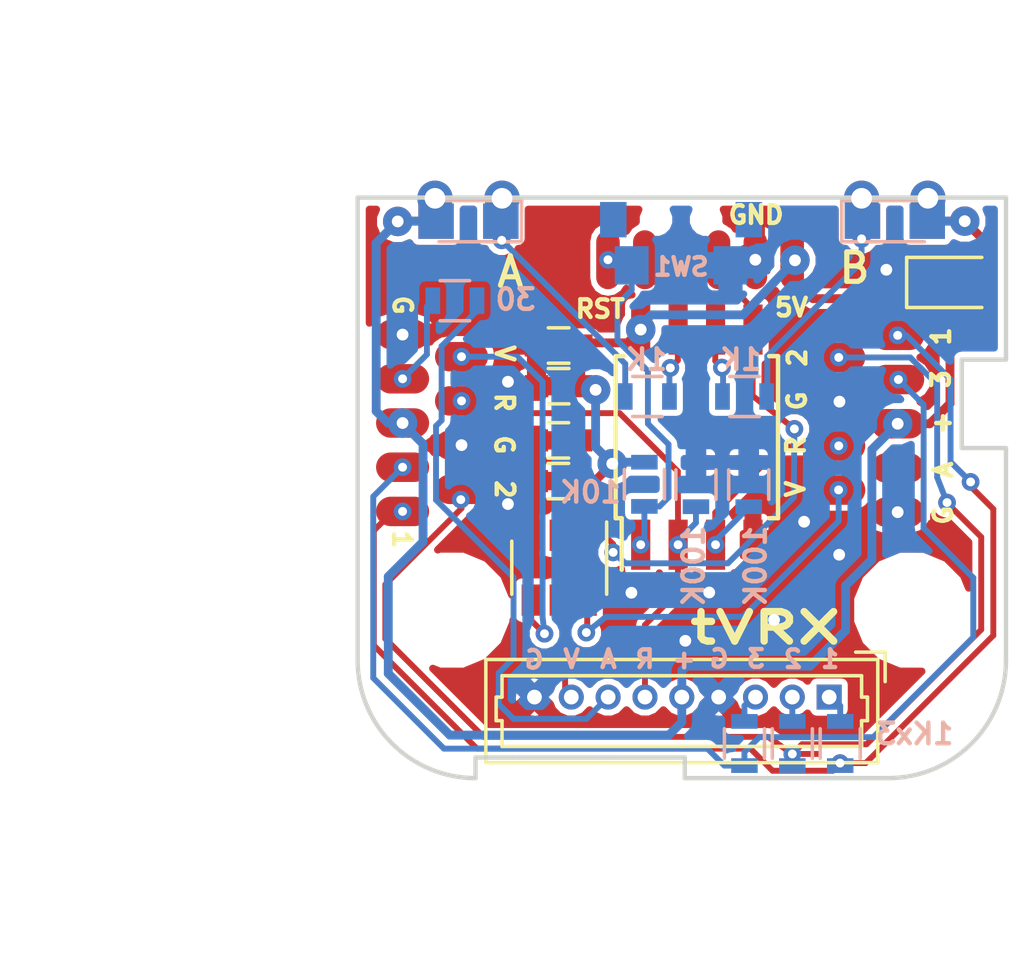
<source format=kicad_pcb>
(kicad_pcb (version 4) (host pcbnew 4.0.7)

  (general
    (links 66)
    (no_connects 0)
    (area 128.724999 91.974999 150.875001 111.825001)
    (thickness 0.8)
    (drawings 55)
    (tracks 327)
    (zones 0)
    (modules 31)
    (nets 24)
  )

  (page A4)
  (layers
    (0 F.Cu signal)
    (31 B.Cu signal)
    (32 B.Adhes user)
    (33 F.Adhes user)
    (34 B.Paste user)
    (35 F.Paste user)
    (36 B.SilkS user)
    (37 F.SilkS user)
    (38 B.Mask user)
    (39 F.Mask user)
    (40 Dwgs.User user)
    (41 Cmts.User user)
    (42 Eco1.User user)
    (43 Eco2.User user)
    (44 Edge.Cuts user)
    (45 Margin user)
    (46 B.CrtYd user)
    (47 F.CrtYd user)
    (48 B.Fab user)
    (49 F.Fab user)
  )

  (setup
    (last_trace_width 0.2)
    (user_trace_width 0.3)
    (trace_clearance 0.1524)
    (zone_clearance 0.2)
    (zone_45_only no)
    (trace_min 0.1524)
    (segment_width 0.2)
    (edge_width 0.15)
    (via_size 0.6)
    (via_drill 0.3)
    (via_min_size 0.4)
    (via_min_drill 0.3)
    (uvia_size 0.3)
    (uvia_drill 0.1)
    (uvias_allowed no)
    (uvia_min_size 0.2)
    (uvia_min_drill 0.1)
    (pcb_text_width 0.3)
    (pcb_text_size 1.5 1.5)
    (mod_edge_width 0.15)
    (mod_text_size 1 1)
    (mod_text_width 0.15)
    (pad_size 1.2 1.2)
    (pad_drill 0.7)
    (pad_to_mask_clearance 0.06)
    (aux_axis_origin 128.8 92.05)
    (grid_origin 128.8 92.05)
    (visible_elements 7FFFFF7F)
    (pcbplotparams
      (layerselection 0x00000_00000001)
      (usegerberextensions false)
      (excludeedgelayer false)
      (linewidth 0.100000)
      (plotframeref false)
      (viasonmask true)
      (mode 1)
      (useauxorigin false)
      (hpglpennumber 1)
      (hpglpenspeed 20)
      (hpglpendiameter 15)
      (hpglpenoverlay 2)
      (psnegative false)
      (psa4output false)
      (plotreference false)
      (plotvalue false)
      (plotinvisibletext false)
      (padsonsilk false)
      (subtractmaskfromsilk false)
      (outputformat 4)
      (mirror false)
      (drillshape 1)
      (scaleselection 1)
      (outputdirectory C:/src/Temp/git/TinyDivercityRX5808/KiCad/))
  )

  (net 0 "")
  (net 1 GND)
  (net 2 /PROG_PWR)
  (net 3 VCC)
  (net 4 "Net-(D1-Pad1)")
  (net 5 "Net-(D2-Pad1)")
  (net 6 "Net-(J1-Pad1)")
  (net 7 "Net-(J1-Pad2)")
  (net 8 "Net-(J1-Pad3)")
  (net 9 /RSSI_A)
  (net 10 /AUD_IN)
  (net 11 /VideoOut)
  (net 12 "Net-(J2-Pad1)")
  (net 13 "Net-(J2-Pad2)")
  (net 14 "Net-(J2-Pad3)")
  (net 15 /AUD_OUT)
  (net 16 /VideoA)
  (net 17 /RSSI_B)
  (net 18 "Net-(J3-Pad7)")
  (net 19 /VideoB)
  (net 20 /MISO)
  (net 21 /SCK)
  (net 22 /MOSI)
  (net 23 /RST)

  (net_class Default "This is the default net class."
    (clearance 0.1524)
    (trace_width 0.2)
    (via_dia 0.6)
    (via_drill 0.3)
    (uvia_dia 0.3)
    (uvia_drill 0.1)
    (add_net /AUD_IN)
    (add_net /AUD_OUT)
    (add_net /MISO)
    (add_net /MOSI)
    (add_net /RSSI_A)
    (add_net /RSSI_B)
    (add_net /RST)
    (add_net /SCK)
    (add_net /VideoA)
    (add_net /VideoB)
    (add_net /VideoOut)
    (add_net "Net-(D1-Pad1)")
    (add_net "Net-(D2-Pad1)")
    (add_net "Net-(J1-Pad1)")
    (add_net "Net-(J1-Pad2)")
    (add_net "Net-(J1-Pad3)")
    (add_net "Net-(J2-Pad1)")
    (add_net "Net-(J2-Pad2)")
    (add_net "Net-(J2-Pad3)")
    (add_net "Net-(J3-Pad7)")
  )

  (net_class GND ""
    (clearance 0.2)
    (trace_width 0.3)
    (via_dia 1)
    (via_drill 0.4)
    (uvia_dia 0.3)
    (uvia_drill 0.1)
    (add_net GND)
  )

  (net_class VCC ""
    (clearance 0.1524)
    (trace_width 0.3)
    (via_dia 1)
    (via_drill 0.4)
    (uvia_dia 0.3)
    (uvia_drill 0.1)
    (add_net /PROG_PWR)
    (add_net VCC)
  )

  (module Connectors:Pin_d0.7mm_L6.5mm_W1.8mm_FlatFork (layer F.Cu) (tedit 5AAFB37B) (tstamp 5AAFB706)
    (at 148.15 92.075)
    (descr "solder Pin_ with flat fork, hole diameter 0.7mm, length 6.5mm, width 1.8mm")
    (tags "solder Pin_ with flat fork")
    (fp_text reference REF** (at 0 1.8) (layer F.SilkS) hide
      (effects (font (size 1 1) (thickness 0.15)))
    )
    (fp_text value Pin_d0.7mm_L6.5mm_W1.8mm_FlatFork (at 0 -1.8) (layer F.Fab) hide
      (effects (font (size 1 1) (thickness 0.15)))
    )
    (pad 1 thru_hole circle (at 0 0) (size 1.2 1.2) (drill 0.7) (layers *.Cu *.Mask)
      (net 3 VCC))
    (model ${KISYS3DMOD}/Connectors.3dshapes/Pin_d0.7mm_L6.5mm_W1.8mm_FlatFork.wrl
      (at (xyz 0 0 0))
      (scale (xyz 1 1 1))
      (rotate (xyz 0 0 0))
    )
  )

  (module Connectors:Pin_d0.7mm_L6.5mm_W1.8mm_FlatFork (layer F.Cu) (tedit 5AAFB38D) (tstamp 5AAFB6FC)
    (at 145.9 92.075)
    (descr "solder Pin_ with flat fork, hole diameter 0.7mm, length 6.5mm, width 1.8mm")
    (tags "solder Pin_ with flat fork")
    (fp_text reference REF** (at 0 1.8) (layer F.SilkS) hide
      (effects (font (size 1 1) (thickness 0.15)))
    )
    (fp_text value Pin_d0.7mm_L6.5mm_W1.8mm_FlatFork (at 0 -1.8) (layer F.Fab) hide
      (effects (font (size 1 1) (thickness 0.15)))
    )
    (pad 1 thru_hole circle (at 0 0) (size 1.2 1.2) (drill 0.7) (layers *.Cu *.Mask)
      (net 5 "Net-(D2-Pad1)"))
    (model ${KISYS3DMOD}/Connectors.3dshapes/Pin_d0.7mm_L6.5mm_W1.8mm_FlatFork.wrl
      (at (xyz 0 0 0))
      (scale (xyz 1 1 1))
      (rotate (xyz 0 0 0))
    )
  )

  (module Connectors:Pin_d0.7mm_L6.5mm_W1.8mm_FlatFork (layer F.Cu) (tedit 5AAFB39C) (tstamp 5AAFB6F5)
    (at 133.7 92.075)
    (descr "solder Pin_ with flat fork, hole diameter 0.7mm, length 6.5mm, width 1.8mm")
    (tags "solder Pin_ with flat fork")
    (fp_text reference REF** (at 0 1.8) (layer F.SilkS) hide
      (effects (font (size 1 1) (thickness 0.15)))
    )
    (fp_text value Pin_d0.7mm_L6.5mm_W1.8mm_FlatFork (at 0 -1.8) (layer F.Fab) hide
      (effects (font (size 1 1) (thickness 0.15)))
    )
    (pad 1 thru_hole circle (at 0 0) (size 1.2 1.2) (drill 0.7) (layers *.Cu *.Mask)
      (net 4 "Net-(D1-Pad1)"))
    (model ${KISYS3DMOD}/Connectors.3dshapes/Pin_d0.7mm_L6.5mm_W1.8mm_FlatFork.wrl
      (at (xyz 0 0 0))
      (scale (xyz 1 1 1))
      (rotate (xyz 0 0 0))
    )
  )

  (module Connectors:Pin_d0.7mm_L6.5mm_W1.8mm_FlatFork (layer F.Cu) (tedit 5AAFB370) (tstamp 5AAFB4F4)
    (at 131.425 92.075)
    (descr "solder Pin_ with flat fork, hole diameter 0.7mm, length 6.5mm, width 1.8mm")
    (tags "solder Pin_ with flat fork")
    (fp_text reference REF** (at 0 1.8) (layer F.SilkS) hide
      (effects (font (size 1 1) (thickness 0.15)))
    )
    (fp_text value Pin_d0.7mm_L6.5mm_W1.8mm_FlatFork (at 0 -1.8) (layer F.Fab) hide
      (effects (font (size 1 1) (thickness 0.15)))
    )
    (pad 1 thru_hole circle (at 0 0) (size 1.2 1.2) (drill 0.7) (layers *.Cu *.Mask)
      (net 3 VCC))
    (model ${KISYS3DMOD}/Connectors.3dshapes/Pin_d0.7mm_L6.5mm_W1.8mm_FlatFork.wrl
      (at (xyz 0 0 0))
      (scale (xyz 1 1 1))
      (rotate (xyz 0 0 0))
    )
  )

  (module Mounting_Holes:MountingHole_2.5mm (layer F.Cu) (tedit 5A3B72BF) (tstamp 5A3A8754)
    (at 148.3 106.05)
    (descr "Mounting Hole 2.5mm, no annular")
    (tags "mounting hole 2.5mm no annular")
    (clearance 0.7)
    (attr virtual)
    (fp_text reference REF** (at 0 -3.5) (layer F.SilkS) hide
      (effects (font (size 1 1) (thickness 0.15)))
    )
    (fp_text value MountingHole_2.5mm (at 0 3.5) (layer F.Fab) hide
      (effects (font (size 1 1) (thickness 0.15)))
    )
    (pad "" np_thru_hole circle (at -0.7 0) (size 2.5 2.5) (drill 2.5) (layers *.Cu *.Mask))
  )

  (module Mounting_Holes:MountingHole_2.5mm (layer F.Cu) (tedit 5A3A848B) (tstamp 5A3A86F3)
    (at 132 106.05)
    (descr "Mounting Hole 2.5mm, no annular")
    (tags "mounting hole 2.5mm no annular")
    (clearance 0.7)
    (attr virtual)
    (fp_text reference REF** (at 0 -3.5) (layer F.SilkS) hide
      (effects (font (size 1 1) (thickness 0.15)))
    )
    (fp_text value MountingHole_2.5mm (at 0 3.5) (layer F.Fab) hide
      (effects (font (size 1 1) (thickness 0.15)))
    )
    (pad 1 np_thru_hole circle (at 0 0) (size 2.5 2.5) (drill 2.5) (layers *.Cu *.Mask))
  )

  (module LEDs:LED_0805 (layer F.Cu) (tedit 5A3A5749) (tstamp 5A3A6F91)
    (at 147.03 92.85)
    (descr "LED 0805 smd package")
    (tags "LED led 0805 SMD smd SMT smt smdled SMDLED smtled SMTLED")
    (path /5A0DD3D8)
    (attr smd)
    (fp_text reference D2 (at 0 -1.45) (layer F.SilkS) hide
      (effects (font (size 1 1) (thickness 0.15)))
    )
    (fp_text value LED (at 0 1.55) (layer F.Fab) hide
      (effects (font (size 1 1) (thickness 0.15)))
    )
    (fp_line (start -1.8 -0.7) (end -1.8 0.7) (layer F.SilkS) (width 0.12))
    (fp_line (start -0.4 -0.4) (end -0.4 0.4) (layer F.Fab) (width 0.1))
    (fp_line (start -0.4 0) (end 0.2 -0.4) (layer F.Fab) (width 0.1))
    (fp_line (start 0.2 0.4) (end -0.4 0) (layer F.Fab) (width 0.1))
    (fp_line (start 0.2 -0.4) (end 0.2 0.4) (layer F.Fab) (width 0.1))
    (fp_line (start 1 0.6) (end -1 0.6) (layer F.Fab) (width 0.1))
    (fp_line (start 1 -0.6) (end 1 0.6) (layer F.Fab) (width 0.1))
    (fp_line (start -1 -0.6) (end 1 -0.6) (layer F.Fab) (width 0.1))
    (fp_line (start -1 0.6) (end -1 -0.6) (layer F.Fab) (width 0.1))
    (fp_line (start -1.8 0.7) (end 1 0.7) (layer F.SilkS) (width 0.12))
    (fp_line (start -1.8 -0.7) (end 1 -0.7) (layer F.SilkS) (width 0.12))
    (fp_line (start 1.95 -0.85) (end 1.95 0.85) (layer F.CrtYd) (width 0.05))
    (fp_line (start 1.95 0.85) (end -1.95 0.85) (layer F.CrtYd) (width 0.05))
    (fp_line (start -1.95 0.85) (end -1.95 -0.85) (layer F.CrtYd) (width 0.05))
    (fp_line (start -1.95 -0.85) (end 1.95 -0.85) (layer F.CrtYd) (width 0.05))
    (fp_text user %R (at 0 -1.25) (layer F.Fab) hide
      (effects (font (size 0.4 0.4) (thickness 0.1)))
    )
    (pad 2 smd rect (at 1.1 0 180) (size 1.2 1.2) (layers F.Cu F.Paste F.Mask)
      (net 3 VCC))
    (pad 1 smd rect (at -1.1 0 180) (size 1.2 1.2) (layers F.Cu F.Paste F.Mask)
      (net 5 "Net-(D2-Pad1)"))
    (model ${KISYS3DMOD}/LEDs.3dshapes/LED_0805.wrl
      (at (xyz 0 0 0))
      (scale (xyz 1 1 1))
      (rotate (xyz 0 0 180))
    )
  )

  (module LEDs:LED_0805 (layer F.Cu) (tedit 5A3A57BB) (tstamp 5A3A6F1A)
    (at 132.56 92.85 180)
    (descr "LED 0805 smd package")
    (tags "LED led 0805 SMD smd SMT smt smdled SMDLED smtled SMTLED")
    (path /5A0C6D4C)
    (attr smd)
    (fp_text reference D1 (at 0 -1.45 180) (layer F.SilkS) hide
      (effects (font (size 1 1) (thickness 0.15)))
    )
    (fp_text value LED (at 0 1.55 180) (layer F.Fab) hide
      (effects (font (size 1 1) (thickness 0.15)))
    )
    (fp_line (start -1.8 -0.7) (end -1.8 0.7) (layer F.SilkS) (width 0.12))
    (fp_line (start -0.4 -0.4) (end -0.4 0.4) (layer F.Fab) (width 0.1))
    (fp_line (start -0.4 0) (end 0.2 -0.4) (layer F.Fab) (width 0.1))
    (fp_line (start 0.2 0.4) (end -0.4 0) (layer F.Fab) (width 0.1))
    (fp_line (start 0.2 -0.4) (end 0.2 0.4) (layer F.Fab) (width 0.1))
    (fp_line (start 1 0.6) (end -1 0.6) (layer F.Fab) (width 0.1))
    (fp_line (start 1 -0.6) (end 1 0.6) (layer F.Fab) (width 0.1))
    (fp_line (start -1 -0.6) (end 1 -0.6) (layer F.Fab) (width 0.1))
    (fp_line (start -1 0.6) (end -1 -0.6) (layer F.Fab) (width 0.1))
    (fp_line (start -1.8 0.7) (end 1 0.7) (layer F.SilkS) (width 0.12))
    (fp_line (start -1.8 -0.7) (end 1 -0.7) (layer F.SilkS) (width 0.12))
    (fp_line (start 1.95 -0.85) (end 1.95 0.85) (layer F.CrtYd) (width 0.05))
    (fp_line (start 1.95 0.85) (end -1.95 0.85) (layer F.CrtYd) (width 0.05))
    (fp_line (start -1.95 0.85) (end -1.95 -0.85) (layer F.CrtYd) (width 0.05))
    (fp_line (start -1.95 -0.85) (end 1.95 -0.85) (layer F.CrtYd) (width 0.05))
    (fp_text user %R (at 0 -1.25 180) (layer F.Fab) hide
      (effects (font (size 0.4 0.4) (thickness 0.1)))
    )
    (pad 2 smd rect (at 1.1 0) (size 1.2 1.2) (layers F.Cu F.Paste F.Mask)
      (net 3 VCC))
    (pad 1 smd rect (at -1.1 0) (size 1.2 1.2) (layers F.Cu F.Paste F.Mask)
      (net 4 "Net-(D1-Pad1)"))
    (model ${KISYS3DMOD}/LEDs.3dshapes/LED_0805.wrl
      (at (xyz 0 0 0))
      (scale (xyz 1 1 1))
      (rotate (xyz 0 0 180))
    )
  )

  (module Connectors_Molex:Molex_PicoBlade_53047-0910_09x1.25mm_Straight (layer F.Cu) (tedit 5A3A354A) (tstamp 5A38F9CF)
    (at 144.8 109 180)
    (descr "Molex PicoBlade, single row, top entry type, through hole, PN:53047-0910")
    (tags "connector molex picoblade")
    (path /5A0D69FF)
    (fp_text reference J1 (at 5 2.5 180) (layer F.SilkS) hide
      (effects (font (size 1 1) (thickness 0.15)))
    )
    (fp_text value Googles (at 4.95 -4.325 180) (layer F.Fab)
      (effects (font (size 1 1) (thickness 0.15)))
    )
    (fp_line (start -2 -2.55) (end -2 1.6) (layer F.CrtYd) (width 0.05))
    (fp_line (start -2 1.6) (end 12 1.6) (layer F.CrtYd) (width 0.05))
    (fp_line (start 12 1.6) (end 12 -2.55) (layer F.CrtYd) (width 0.05))
    (fp_line (start 12 -2.55) (end -2 -2.55) (layer F.CrtYd) (width 0.05))
    (fp_line (start -1.5 -2.075) (end -1.5 1.125) (layer F.Fab) (width 0.1))
    (fp_line (start -1.5 1.125) (end 11.5 1.125) (layer F.Fab) (width 0.1))
    (fp_line (start 11.5 1.125) (end 11.5 -2.075) (layer F.Fab) (width 0.1))
    (fp_line (start 11.5 -2.075) (end -1.5 -2.075) (layer F.Fab) (width 0.1))
    (fp_line (start -1.65 -2.225) (end -1.65 1.275) (layer F.SilkS) (width 0.12))
    (fp_line (start -1.65 1.275) (end 11.65 1.275) (layer F.SilkS) (width 0.12))
    (fp_line (start 11.65 1.275) (end 11.65 -2.225) (layer F.SilkS) (width 0.12))
    (fp_line (start 11.65 -2.225) (end -1.65 -2.225) (layer F.SilkS) (width 0.12))
    (fp_line (start 5 0.725) (end -1.1 0.725) (layer F.SilkS) (width 0.12))
    (fp_line (start -1.1 0.725) (end -1.1 0) (layer F.SilkS) (width 0.12))
    (fp_line (start -1.1 0) (end -1.3 0) (layer F.SilkS) (width 0.12))
    (fp_line (start -1.3 0) (end -1.3 -0.8) (layer F.SilkS) (width 0.12))
    (fp_line (start -1.3 -0.8) (end -1.1 -0.8) (layer F.SilkS) (width 0.12))
    (fp_line (start -1.1 -0.8) (end -1.1 -1.675) (layer F.SilkS) (width 0.12))
    (fp_line (start -1.1 -1.675) (end 5 -1.675) (layer F.SilkS) (width 0.12))
    (fp_line (start 5 0.725) (end 11.1 0.725) (layer F.SilkS) (width 0.12))
    (fp_line (start 11.1 0.725) (end 11.1 0) (layer F.SilkS) (width 0.12))
    (fp_line (start 11.1 0) (end 11.3 0) (layer F.SilkS) (width 0.12))
    (fp_line (start 11.3 0) (end 11.3 -0.8) (layer F.SilkS) (width 0.12))
    (fp_line (start 11.3 -0.8) (end 11.1 -0.8) (layer F.SilkS) (width 0.12))
    (fp_line (start 11.1 -0.8) (end 11.1 -1.675) (layer F.SilkS) (width 0.12))
    (fp_line (start 11.1 -1.675) (end 5 -1.675) (layer F.SilkS) (width 0.12))
    (fp_line (start -1.9 1.525) (end -1.9 0.525) (layer F.SilkS) (width 0.12))
    (fp_line (start -1.9 1.525) (end -0.9 1.525) (layer F.SilkS) (width 0.12))
    (fp_text user %R (at 5 -1.25 180) (layer F.Fab)
      (effects (font (size 1 1) (thickness 0.15)))
    )
    (pad 1 thru_hole rect (at 0 0 180) (size 0.85 0.85) (drill 0.5) (layers *.Cu *.Mask)
      (net 6 "Net-(J1-Pad1)"))
    (pad 2 thru_hole circle (at 1.25 0 180) (size 0.85 0.85) (drill 0.5) (layers *.Cu *.Mask)
      (net 7 "Net-(J1-Pad2)"))
    (pad 3 thru_hole circle (at 2.5 0 180) (size 0.85 0.85) (drill 0.5) (layers *.Cu *.Mask)
      (net 8 "Net-(J1-Pad3)"))
    (pad 4 thru_hole circle (at 3.75 0 180) (size 0.85 0.85) (drill 0.5) (layers *.Cu *.Mask)
      (net 1 GND))
    (pad 5 thru_hole circle (at 5 0 180) (size 0.85 0.85) (drill 0.5) (layers *.Cu *.Mask)
      (net 3 VCC))
    (pad 6 thru_hole circle (at 6.25 0 180) (size 0.85 0.85) (drill 0.5) (layers *.Cu *.Mask)
      (net 9 /RSSI_A))
    (pad 7 thru_hole circle (at 7.5 0 180) (size 0.85 0.85) (drill 0.5) (layers *.Cu *.Mask)
      (net 10 /AUD_IN))
    (pad 8 thru_hole circle (at 8.75 0 180) (size 0.85 0.85) (drill 0.5) (layers *.Cu *.Mask)
      (net 11 /VideoOut))
    (pad 9 thru_hole circle (at 10 0 180) (size 0.85 0.85) (drill 0.5) (layers *.Cu *.Mask)
      (net 1 GND))
    (model Connectors_Molex.3dshapes/Molex_PicoBlade_53047-0910.wrl
      (at (xyz 0.2 0 0))
      (scale (xyz 1 1 1))
      (rotate (xyz 0 0 180))
    )
  )

  (module Capacitors_SMD:C_0603 (layer F.Cu) (tedit 5A393691) (tstamp 5A38F92E)
    (at 135.61 101.67 180)
    (descr "Capacitor SMD 0603, reflow soldering, AVX (see smccp.pdf)")
    (tags "capacitor 0603")
    (path /5A0C6518)
    (attr smd)
    (fp_text reference C1 (at 0 -1.5 180) (layer F.SilkS) hide
      (effects (font (size 1 1) (thickness 0.15)))
    )
    (fp_text value 100n (at 0 1.5 180) (layer F.Fab) hide
      (effects (font (size 1 1) (thickness 0.15)))
    )
    (fp_line (start 1.4 0.65) (end -1.4 0.65) (layer F.CrtYd) (width 0.05))
    (fp_line (start 1.4 0.65) (end 1.4 -0.65) (layer F.CrtYd) (width 0.05))
    (fp_line (start -1.4 -0.65) (end -1.4 0.65) (layer F.CrtYd) (width 0.05))
    (fp_line (start -1.4 -0.65) (end 1.4 -0.65) (layer F.CrtYd) (width 0.05))
    (fp_line (start 0.35 0.6) (end -0.35 0.6) (layer F.SilkS) (width 0.12))
    (fp_line (start -0.35 -0.6) (end 0.35 -0.6) (layer F.SilkS) (width 0.12))
    (fp_line (start -0.8 -0.4) (end 0.8 -0.4) (layer F.Fab) (width 0.1))
    (fp_line (start 0.8 -0.4) (end 0.8 0.4) (layer F.Fab) (width 0.1))
    (fp_line (start 0.8 0.4) (end -0.8 0.4) (layer F.Fab) (width 0.1))
    (fp_line (start -0.8 0.4) (end -0.8 -0.4) (layer F.Fab) (width 0.1))
    (fp_text user %R (at 0 0 180) (layer F.Fab)
      (effects (font (size 0.3 0.3) (thickness 0.075)))
    )
    (pad 2 smd rect (at 0.75 0 180) (size 0.8 0.75) (layers F.Cu F.Paste F.Mask)
      (net 1 GND))
    (pad 1 smd rect (at -0.75 0 180) (size 0.8 0.75) (layers F.Cu F.Paste F.Mask)
      (net 2 /PROG_PWR))
    (model Capacitors_SMD.3dshapes/C_0603.wrl
      (at (xyz 0 0 0))
      (scale (xyz 1 1 1))
      (rotate (xyz 0 0 0))
    )
  )

  (module Capacitors_SMD:C_0603 (layer F.Cu) (tedit 5A393695) (tstamp 5A38F93F)
    (at 135.61 100.29 180)
    (descr "Capacitor SMD 0603, reflow soldering, AVX (see smccp.pdf)")
    (tags "capacitor 0603")
    (path /5A0C641B)
    (attr smd)
    (fp_text reference C2 (at 0 -1.5 180) (layer F.SilkS) hide
      (effects (font (size 1 1) (thickness 0.15)))
    )
    (fp_text value 10n (at 0 1.5 180) (layer F.Fab) hide
      (effects (font (size 1 1) (thickness 0.15)))
    )
    (fp_line (start 1.4 0.65) (end -1.4 0.65) (layer F.CrtYd) (width 0.05))
    (fp_line (start 1.4 0.65) (end 1.4 -0.65) (layer F.CrtYd) (width 0.05))
    (fp_line (start -1.4 -0.65) (end -1.4 0.65) (layer F.CrtYd) (width 0.05))
    (fp_line (start -1.4 -0.65) (end 1.4 -0.65) (layer F.CrtYd) (width 0.05))
    (fp_line (start 0.35 0.6) (end -0.35 0.6) (layer F.SilkS) (width 0.12))
    (fp_line (start -0.35 -0.6) (end 0.35 -0.6) (layer F.SilkS) (width 0.12))
    (fp_line (start -0.8 -0.4) (end 0.8 -0.4) (layer F.Fab) (width 0.1))
    (fp_line (start 0.8 -0.4) (end 0.8 0.4) (layer F.Fab) (width 0.1))
    (fp_line (start 0.8 0.4) (end -0.8 0.4) (layer F.Fab) (width 0.1))
    (fp_line (start -0.8 0.4) (end -0.8 -0.4) (layer F.Fab) (width 0.1))
    (fp_text user %R (at 0 0 180) (layer F.Fab)
      (effects (font (size 0.3 0.3) (thickness 0.075)))
    )
    (pad 2 smd rect (at 0.75 0 180) (size 0.8 0.75) (layers F.Cu F.Paste F.Mask)
      (net 1 GND))
    (pad 1 smd rect (at -0.75 0 180) (size 0.8 0.75) (layers F.Cu F.Paste F.Mask)
      (net 2 /PROG_PWR))
    (model Capacitors_SMD.3dshapes/C_0603.wrl
      (at (xyz 0 0 0))
      (scale (xyz 1 1 1))
      (rotate (xyz 0 0 0))
    )
  )

  (module Capacitors_SMD:C_0603 (layer F.Cu) (tedit 5A393669) (tstamp 5A38F950)
    (at 135.62 97.07)
    (descr "Capacitor SMD 0603, reflow soldering, AVX (see smccp.pdf)")
    (tags "capacitor 0603")
    (path /5A0C6561)
    (attr smd)
    (fp_text reference C3 (at 0 -1.5) (layer F.SilkS) hide
      (effects (font (size 1 1) (thickness 0.15)))
    )
    (fp_text value 100n (at 0 1.5) (layer F.Fab) hide
      (effects (font (size 1 1) (thickness 0.15)))
    )
    (fp_line (start 1.4 0.65) (end -1.4 0.65) (layer F.CrtYd) (width 0.05))
    (fp_line (start 1.4 0.65) (end 1.4 -0.65) (layer F.CrtYd) (width 0.05))
    (fp_line (start -1.4 -0.65) (end -1.4 0.65) (layer F.CrtYd) (width 0.05))
    (fp_line (start -1.4 -0.65) (end 1.4 -0.65) (layer F.CrtYd) (width 0.05))
    (fp_line (start 0.35 0.6) (end -0.35 0.6) (layer F.SilkS) (width 0.12))
    (fp_line (start -0.35 -0.6) (end 0.35 -0.6) (layer F.SilkS) (width 0.12))
    (fp_line (start -0.8 -0.4) (end 0.8 -0.4) (layer F.Fab) (width 0.1))
    (fp_line (start 0.8 -0.4) (end 0.8 0.4) (layer F.Fab) (width 0.1))
    (fp_line (start 0.8 0.4) (end -0.8 0.4) (layer F.Fab) (width 0.1))
    (fp_line (start -0.8 0.4) (end -0.8 -0.4) (layer F.Fab) (width 0.1))
    (fp_text user %R (at 0 0) (layer F.Fab)
      (effects (font (size 0.3 0.3) (thickness 0.075)))
    )
    (pad 2 smd rect (at 0.75 0) (size 0.8 0.75) (layers F.Cu F.Paste F.Mask)
      (net 2 /PROG_PWR))
    (pad 1 smd rect (at -0.75 0) (size 0.8 0.75) (layers F.Cu F.Paste F.Mask)
      (net 1 GND))
    (model Capacitors_SMD.3dshapes/C_0603.wrl
      (at (xyz 0 0 0))
      (scale (xyz 1 1 1))
      (rotate (xyz 0 0 0))
    )
  )

  (module Capacitors_SMD:C_0603 (layer F.Cu) (tedit 5A393663) (tstamp 5A38F961)
    (at 135.62 98.45)
    (descr "Capacitor SMD 0603, reflow soldering, AVX (see smccp.pdf)")
    (tags "capacitor 0603")
    (path /5A0C6633)
    (attr smd)
    (fp_text reference C4 (at 0 -1.5) (layer F.SilkS) hide
      (effects (font (size 1 1) (thickness 0.15)))
    )
    (fp_text value 10uf (at 0 1.5) (layer F.Fab) hide
      (effects (font (size 1 1) (thickness 0.15)))
    )
    (fp_line (start 1.4 0.65) (end -1.4 0.65) (layer F.CrtYd) (width 0.05))
    (fp_line (start 1.4 0.65) (end 1.4 -0.65) (layer F.CrtYd) (width 0.05))
    (fp_line (start -1.4 -0.65) (end -1.4 0.65) (layer F.CrtYd) (width 0.05))
    (fp_line (start -1.4 -0.65) (end 1.4 -0.65) (layer F.CrtYd) (width 0.05))
    (fp_line (start 0.35 0.6) (end -0.35 0.6) (layer F.SilkS) (width 0.12))
    (fp_line (start -0.35 -0.6) (end 0.35 -0.6) (layer F.SilkS) (width 0.12))
    (fp_line (start -0.8 -0.4) (end 0.8 -0.4) (layer F.Fab) (width 0.1))
    (fp_line (start 0.8 -0.4) (end 0.8 0.4) (layer F.Fab) (width 0.1))
    (fp_line (start 0.8 0.4) (end -0.8 0.4) (layer F.Fab) (width 0.1))
    (fp_line (start -0.8 0.4) (end -0.8 -0.4) (layer F.Fab) (width 0.1))
    (fp_text user %R (at 0 0) (layer F.Fab)
      (effects (font (size 0.3 0.3) (thickness 0.075)))
    )
    (pad 2 smd rect (at 0.75 0) (size 0.8 0.75) (layers F.Cu F.Paste F.Mask)
      (net 2 /PROG_PWR))
    (pad 1 smd rect (at -0.75 0) (size 0.8 0.75) (layers F.Cu F.Paste F.Mask)
      (net 1 GND))
    (model Capacitors_SMD.3dshapes/C_0603.wrl
      (at (xyz 0 0 0))
      (scale (xyz 1 1 1))
      (rotate (xyz 0 0 0))
    )
  )

  (module KiCadCustomLibs:Pads_prog_6pin1.25mm (layer F.Cu) (tedit 5A393015) (tstamp 5A38FA39)
    (at 140.42 94.16 180)
    (path /5A3920B9)
    (fp_text reference J4 (at 0.5 2 180) (layer F.SilkS) hide
      (effects (font (size 1 1) (thickness 0.15)))
    )
    (fp_text value Conn_01x06 (at 0 -2.25 180) (layer F.Fab) hide
      (effects (font (size 1 1) (thickness 0.15)))
    )
    (pad 6 smd oval (at 3.125 0 180) (size 0.8 2) (layers F.Cu F.Paste F.Mask)
      (net 23 /RST))
    (pad 1 smd oval (at -3.125 0 180) (size 0.8 2) (layers F.Cu F.Paste F.Mask)
      (net 2 /PROG_PWR))
    (pad 5 smd oval (at 1.875 0 180) (size 0.8 2) (layers F.Cu F.Paste F.Mask)
      (net 21 /SCK))
    (pad 2 smd oval (at -1.875 0 180) (size 0.8 2) (layers F.Cu F.Paste F.Mask)
      (net 1 GND))
    (pad 3 smd oval (at -0.625 0 180) (size 0.8 2) (layers F.Cu F.Paste F.Mask)
      (net 22 /MOSI))
    (pad 4 smd oval (at 0.625 0 180) (size 0.8 2) (layers F.Cu F.Paste F.Mask)
      (net 20 /MISO))
  )

  (module Resistors_SMD:R_0603 (layer B.Cu) (tedit 5A3A3385) (tstamp 5A38FA4A)
    (at 141.925 110.575 270)
    (descr "Resistor SMD 0603, reflow soldering, Vishay (see dcrcw.pdf)")
    (tags "resistor 0603")
    (path /5A0C9CF4)
    (attr smd)
    (fp_text reference R1 (at 0 1.45 270) (layer B.SilkS) hide
      (effects (font (size 1 1) (thickness 0.15)) (justify mirror))
    )
    (fp_text value 1K (at 0 -1.5 270) (layer B.Fab) hide
      (effects (font (size 1 1) (thickness 0.15)) (justify mirror))
    )
    (fp_text user %R (at 0 0 270) (layer B.Fab)
      (effects (font (size 0.4 0.4) (thickness 0.075)) (justify mirror))
    )
    (fp_line (start -0.8 -0.4) (end -0.8 0.4) (layer B.Fab) (width 0.1))
    (fp_line (start 0.8 -0.4) (end -0.8 -0.4) (layer B.Fab) (width 0.1))
    (fp_line (start 0.8 0.4) (end 0.8 -0.4) (layer B.Fab) (width 0.1))
    (fp_line (start -0.8 0.4) (end 0.8 0.4) (layer B.Fab) (width 0.1))
    (fp_line (start 0.5 -0.68) (end -0.5 -0.68) (layer B.SilkS) (width 0.12))
    (fp_line (start -0.5 0.68) (end 0.5 0.68) (layer B.SilkS) (width 0.12))
    (fp_line (start -1.25 0.7) (end 1.25 0.7) (layer B.CrtYd) (width 0.05))
    (fp_line (start -1.25 0.7) (end -1.25 -0.7) (layer B.CrtYd) (width 0.05))
    (fp_line (start 1.25 -0.7) (end 1.25 0.7) (layer B.CrtYd) (width 0.05))
    (fp_line (start 1.25 -0.7) (end -1.25 -0.7) (layer B.CrtYd) (width 0.05))
    (pad 1 smd rect (at -0.75 0 270) (size 0.5 0.9) (layers B.Cu B.Paste B.Mask)
      (net 8 "Net-(J1-Pad3)"))
    (pad 2 smd rect (at 0.75 0 270) (size 0.5 0.9) (layers B.Cu B.Paste B.Mask)
      (net 14 "Net-(J2-Pad3)"))
    (model ${KISYS3DMOD}/Resistors_SMD.3dshapes/R_0603.wrl
      (at (xyz 0 0 0))
      (scale (xyz 1 1 1))
      (rotate (xyz 0 0 0))
    )
  )

  (module Resistors_SMD:R_0603 (layer B.Cu) (tedit 5A3A3367) (tstamp 5A38FA5B)
    (at 143.55 110.575 270)
    (descr "Resistor SMD 0603, reflow soldering, Vishay (see dcrcw.pdf)")
    (tags "resistor 0603")
    (path /5A0C9E6A)
    (attr smd)
    (fp_text reference R2 (at 0 1.45 270) (layer B.SilkS) hide
      (effects (font (size 1 1) (thickness 0.15)) (justify mirror))
    )
    (fp_text value 1K (at 0 -1.5 270) (layer B.Fab) hide
      (effects (font (size 1 1) (thickness 0.15)) (justify mirror))
    )
    (fp_text user %R (at 0 0 270) (layer B.Fab)
      (effects (font (size 0.4 0.4) (thickness 0.075)) (justify mirror))
    )
    (fp_line (start -0.8 -0.4) (end -0.8 0.4) (layer B.Fab) (width 0.1))
    (fp_line (start 0.8 -0.4) (end -0.8 -0.4) (layer B.Fab) (width 0.1))
    (fp_line (start 0.8 0.4) (end 0.8 -0.4) (layer B.Fab) (width 0.1))
    (fp_line (start -0.8 0.4) (end 0.8 0.4) (layer B.Fab) (width 0.1))
    (fp_line (start 0.5 -0.68) (end -0.5 -0.68) (layer B.SilkS) (width 0.12))
    (fp_line (start -0.5 0.68) (end 0.5 0.68) (layer B.SilkS) (width 0.12))
    (fp_line (start -1.25 0.7) (end 1.25 0.7) (layer B.CrtYd) (width 0.05))
    (fp_line (start -1.25 0.7) (end -1.25 -0.7) (layer B.CrtYd) (width 0.05))
    (fp_line (start 1.25 -0.7) (end 1.25 0.7) (layer B.CrtYd) (width 0.05))
    (fp_line (start 1.25 -0.7) (end -1.25 -0.7) (layer B.CrtYd) (width 0.05))
    (pad 1 smd rect (at -0.75 0 270) (size 0.5 0.9) (layers B.Cu B.Paste B.Mask)
      (net 7 "Net-(J1-Pad2)"))
    (pad 2 smd rect (at 0.75 0 270) (size 0.5 0.9) (layers B.Cu B.Paste B.Mask)
      (net 13 "Net-(J2-Pad2)"))
    (model ${KISYS3DMOD}/Resistors_SMD.3dshapes/R_0603.wrl
      (at (xyz 0 0 0))
      (scale (xyz 1 1 1))
      (rotate (xyz 0 0 0))
    )
  )

  (module Resistors_SMD:R_0603 (layer B.Cu) (tedit 5A3A3306) (tstamp 5A38FA6C)
    (at 145.175 110.575 270)
    (descr "Resistor SMD 0603, reflow soldering, Vishay (see dcrcw.pdf)")
    (tags "resistor 0603")
    (path /5A0C9EB1)
    (attr smd)
    (fp_text reference R3 (at 0 1.45 270) (layer B.SilkS) hide
      (effects (font (size 1 1) (thickness 0.15)) (justify mirror))
    )
    (fp_text value 1K (at 0 -1.5 270) (layer B.Fab) hide
      (effects (font (size 1 1) (thickness 0.15)) (justify mirror))
    )
    (fp_text user %R (at 0 0 270) (layer B.Fab)
      (effects (font (size 0.4 0.4) (thickness 0.075)) (justify mirror))
    )
    (fp_line (start -0.8 -0.4) (end -0.8 0.4) (layer B.Fab) (width 0.1))
    (fp_line (start 0.8 -0.4) (end -0.8 -0.4) (layer B.Fab) (width 0.1))
    (fp_line (start 0.8 0.4) (end 0.8 -0.4) (layer B.Fab) (width 0.1))
    (fp_line (start -0.8 0.4) (end 0.8 0.4) (layer B.Fab) (width 0.1))
    (fp_line (start 0.5 -0.68) (end -0.5 -0.68) (layer B.SilkS) (width 0.12))
    (fp_line (start -0.5 0.68) (end 0.5 0.68) (layer B.SilkS) (width 0.12))
    (fp_line (start -1.25 0.7) (end 1.25 0.7) (layer B.CrtYd) (width 0.05))
    (fp_line (start -1.25 0.7) (end -1.25 -0.7) (layer B.CrtYd) (width 0.05))
    (fp_line (start 1.25 -0.7) (end 1.25 0.7) (layer B.CrtYd) (width 0.05))
    (fp_line (start 1.25 -0.7) (end -1.25 -0.7) (layer B.CrtYd) (width 0.05))
    (pad 1 smd rect (at -0.75 0 270) (size 0.5 0.9) (layers B.Cu B.Paste B.Mask)
      (net 6 "Net-(J1-Pad1)"))
    (pad 2 smd rect (at 0.75 0 270) (size 0.5 0.9) (layers B.Cu B.Paste B.Mask)
      (net 12 "Net-(J2-Pad1)"))
    (model ${KISYS3DMOD}/Resistors_SMD.3dshapes/R_0603.wrl
      (at (xyz 0 0 0))
      (scale (xyz 1 1 1))
      (rotate (xyz 0 0 0))
    )
  )

  (module Resistors_SMD:R_0603 (layer B.Cu) (tedit 5A393602) (tstamp 5A38FA7D)
    (at 140.28 101.79 270)
    (descr "Resistor SMD 0603, reflow soldering, Vishay (see dcrcw.pdf)")
    (tags "resistor 0603")
    (path /5A0C7A3B)
    (attr smd)
    (fp_text reference R4 (at 0 1.45 270) (layer B.SilkS) hide
      (effects (font (size 1 1) (thickness 0.15)) (justify mirror))
    )
    (fp_text value 100K (at 0 -1.5 270) (layer B.Fab) hide
      (effects (font (size 1 1) (thickness 0.15)) (justify mirror))
    )
    (fp_text user %R (at 0 0 270) (layer B.Fab)
      (effects (font (size 0.4 0.4) (thickness 0.075)) (justify mirror))
    )
    (fp_line (start -0.8 -0.4) (end -0.8 0.4) (layer B.Fab) (width 0.1))
    (fp_line (start 0.8 -0.4) (end -0.8 -0.4) (layer B.Fab) (width 0.1))
    (fp_line (start 0.8 0.4) (end 0.8 -0.4) (layer B.Fab) (width 0.1))
    (fp_line (start -0.8 0.4) (end 0.8 0.4) (layer B.Fab) (width 0.1))
    (fp_line (start 0.5 -0.68) (end -0.5 -0.68) (layer B.SilkS) (width 0.12))
    (fp_line (start -0.5 0.68) (end 0.5 0.68) (layer B.SilkS) (width 0.12))
    (fp_line (start -1.25 0.7) (end 1.25 0.7) (layer B.CrtYd) (width 0.05))
    (fp_line (start -1.25 0.7) (end -1.25 -0.7) (layer B.CrtYd) (width 0.05))
    (fp_line (start 1.25 -0.7) (end 1.25 0.7) (layer B.CrtYd) (width 0.05))
    (fp_line (start 1.25 -0.7) (end -1.25 -0.7) (layer B.CrtYd) (width 0.05))
    (pad 1 smd rect (at -0.75 0 270) (size 0.5 0.9) (layers B.Cu B.Paste B.Mask)
      (net 1 GND))
    (pad 2 smd rect (at 0.75 0 270) (size 0.5 0.9) (layers B.Cu B.Paste B.Mask)
      (net 9 /RSSI_A))
    (model ${KISYS3DMOD}/Resistors_SMD.3dshapes/R_0603.wrl
      (at (xyz 0 0 0))
      (scale (xyz 1 1 1))
      (rotate (xyz 0 0 0))
    )
  )

  (module Resistors_SMD:R_0603 (layer B.Cu) (tedit 5A3935E4) (tstamp 5A38FA8E)
    (at 142.07 101.79 270)
    (descr "Resistor SMD 0603, reflow soldering, Vishay (see dcrcw.pdf)")
    (tags "resistor 0603")
    (path /5A0C7885)
    (attr smd)
    (fp_text reference R5 (at 0 1.45 270) (layer B.SilkS) hide
      (effects (font (size 1 1) (thickness 0.15)) (justify mirror))
    )
    (fp_text value 100K (at 0 -1.5 270) (layer B.Fab) hide
      (effects (font (size 1 1) (thickness 0.15)) (justify mirror))
    )
    (fp_text user %R (at 0 0 270) (layer B.Fab)
      (effects (font (size 0.4 0.4) (thickness 0.075)) (justify mirror))
    )
    (fp_line (start -0.8 -0.4) (end -0.8 0.4) (layer B.Fab) (width 0.1))
    (fp_line (start 0.8 -0.4) (end -0.8 -0.4) (layer B.Fab) (width 0.1))
    (fp_line (start 0.8 0.4) (end 0.8 -0.4) (layer B.Fab) (width 0.1))
    (fp_line (start -0.8 0.4) (end 0.8 0.4) (layer B.Fab) (width 0.1))
    (fp_line (start 0.5 -0.68) (end -0.5 -0.68) (layer B.SilkS) (width 0.12))
    (fp_line (start -0.5 0.68) (end 0.5 0.68) (layer B.SilkS) (width 0.12))
    (fp_line (start -1.25 0.7) (end 1.25 0.7) (layer B.CrtYd) (width 0.05))
    (fp_line (start -1.25 0.7) (end -1.25 -0.7) (layer B.CrtYd) (width 0.05))
    (fp_line (start 1.25 -0.7) (end 1.25 0.7) (layer B.CrtYd) (width 0.05))
    (fp_line (start 1.25 -0.7) (end -1.25 -0.7) (layer B.CrtYd) (width 0.05))
    (pad 1 smd rect (at -0.75 0 270) (size 0.5 0.9) (layers B.Cu B.Paste B.Mask)
      (net 1 GND))
    (pad 2 smd rect (at 0.75 0 270) (size 0.5 0.9) (layers B.Cu B.Paste B.Mask)
      (net 17 /RSSI_B))
    (model ${KISYS3DMOD}/Resistors_SMD.3dshapes/R_0603.wrl
      (at (xyz 0 0 0))
      (scale (xyz 1 1 1))
      (rotate (xyz 0 0 0))
    )
  )

  (module Resistors_SMD:R_0603 (layer B.Cu) (tedit 5A3930FB) (tstamp 5A38FA9F)
    (at 138.63 98.8 180)
    (descr "Resistor SMD 0603, reflow soldering, Vishay (see dcrcw.pdf)")
    (tags "resistor 0603")
    (path /5A0C74A3)
    (attr smd)
    (fp_text reference R6 (at 0 1.45 180) (layer B.SilkS) hide
      (effects (font (size 1 1) (thickness 0.15)) (justify mirror))
    )
    (fp_text value 1K (at 0 -1.5 180) (layer B.Fab) hide
      (effects (font (size 1 1) (thickness 0.15)) (justify mirror))
    )
    (fp_text user %R (at 0 0 180) (layer B.Fab)
      (effects (font (size 0.4 0.4) (thickness 0.075)) (justify mirror))
    )
    (fp_line (start -0.8 -0.4) (end -0.8 0.4) (layer B.Fab) (width 0.1))
    (fp_line (start 0.8 -0.4) (end -0.8 -0.4) (layer B.Fab) (width 0.1))
    (fp_line (start 0.8 0.4) (end 0.8 -0.4) (layer B.Fab) (width 0.1))
    (fp_line (start -0.8 0.4) (end 0.8 0.4) (layer B.Fab) (width 0.1))
    (fp_line (start 0.5 -0.68) (end -0.5 -0.68) (layer B.SilkS) (width 0.12))
    (fp_line (start -0.5 0.68) (end 0.5 0.68) (layer B.SilkS) (width 0.12))
    (fp_line (start -1.25 0.7) (end 1.25 0.7) (layer B.CrtYd) (width 0.05))
    (fp_line (start -1.25 0.7) (end -1.25 -0.7) (layer B.CrtYd) (width 0.05))
    (fp_line (start 1.25 -0.7) (end 1.25 0.7) (layer B.CrtYd) (width 0.05))
    (fp_line (start 1.25 -0.7) (end -1.25 -0.7) (layer B.CrtYd) (width 0.05))
    (pad 1 smd rect (at -0.75 0 180) (size 0.5 0.9) (layers B.Cu B.Paste B.Mask)
      (net 21 /SCK))
    (pad 2 smd rect (at 0.75 0 180) (size 0.5 0.9) (layers B.Cu B.Paste B.Mask)
      (net 4 "Net-(D1-Pad1)"))
    (model ${KISYS3DMOD}/Resistors_SMD.3dshapes/R_0603.wrl
      (at (xyz 0 0 0))
      (scale (xyz 1 1 1))
      (rotate (xyz 0 0 0))
    )
  )

  (module Resistors_SMD:R_0603 (layer B.Cu) (tedit 5A3930ED) (tstamp 5A38FAB0)
    (at 141.93 98.8)
    (descr "Resistor SMD 0603, reflow soldering, Vishay (see dcrcw.pdf)")
    (tags "resistor 0603")
    (path /5A0DD8D6)
    (attr smd)
    (fp_text reference R7 (at 0 1.45) (layer B.SilkS) hide
      (effects (font (size 1 1) (thickness 0.15)) (justify mirror))
    )
    (fp_text value 1K (at 0 -1.5) (layer B.Fab) hide
      (effects (font (size 1 1) (thickness 0.15)) (justify mirror))
    )
    (fp_text user %R (at 0 0) (layer B.Fab)
      (effects (font (size 0.4 0.4) (thickness 0.075)) (justify mirror))
    )
    (fp_line (start -0.8 -0.4) (end -0.8 0.4) (layer B.Fab) (width 0.1))
    (fp_line (start 0.8 -0.4) (end -0.8 -0.4) (layer B.Fab) (width 0.1))
    (fp_line (start 0.8 0.4) (end 0.8 -0.4) (layer B.Fab) (width 0.1))
    (fp_line (start -0.8 0.4) (end 0.8 0.4) (layer B.Fab) (width 0.1))
    (fp_line (start 0.5 -0.68) (end -0.5 -0.68) (layer B.SilkS) (width 0.12))
    (fp_line (start -0.5 0.68) (end 0.5 0.68) (layer B.SilkS) (width 0.12))
    (fp_line (start -1.25 0.7) (end 1.25 0.7) (layer B.CrtYd) (width 0.05))
    (fp_line (start -1.25 0.7) (end -1.25 -0.7) (layer B.CrtYd) (width 0.05))
    (fp_line (start 1.25 -0.7) (end 1.25 0.7) (layer B.CrtYd) (width 0.05))
    (fp_line (start 1.25 -0.7) (end -1.25 -0.7) (layer B.CrtYd) (width 0.05))
    (pad 1 smd rect (at -0.75 0) (size 0.5 0.9) (layers B.Cu B.Paste B.Mask)
      (net 20 /MISO))
    (pad 2 smd rect (at 0.75 0) (size 0.5 0.9) (layers B.Cu B.Paste B.Mask)
      (net 5 "Net-(D2-Pad1)"))
    (model ${KISYS3DMOD}/Resistors_SMD.3dshapes/R_0603.wrl
      (at (xyz 0 0 0))
      (scale (xyz 1 1 1))
      (rotate (xyz 0 0 0))
    )
  )

  (module Resistors_SMD:R_0603 (layer B.Cu) (tedit 5A3A38C8) (tstamp 5A38FAC1)
    (at 132.1 95.55 180)
    (descr "Resistor SMD 0603, reflow soldering, Vishay (see dcrcw.pdf)")
    (tags "resistor 0603")
    (path /5A0D9886)
    (attr smd)
    (fp_text reference R8 (at 0 1.45 180) (layer B.SilkS) hide
      (effects (font (size 1 1) (thickness 0.15)) (justify mirror))
    )
    (fp_text value 30 (at 0 -1.5 180) (layer B.Fab) hide
      (effects (font (size 1 1) (thickness 0.15)) (justify mirror))
    )
    (fp_text user %R (at 0 0 180) (layer B.Fab)
      (effects (font (size 0.4 0.4) (thickness 0.075)) (justify mirror))
    )
    (fp_line (start -0.8 -0.4) (end -0.8 0.4) (layer B.Fab) (width 0.1))
    (fp_line (start 0.8 -0.4) (end -0.8 -0.4) (layer B.Fab) (width 0.1))
    (fp_line (start 0.8 0.4) (end 0.8 -0.4) (layer B.Fab) (width 0.1))
    (fp_line (start -0.8 0.4) (end 0.8 0.4) (layer B.Fab) (width 0.1))
    (fp_line (start 0.5 -0.68) (end -0.5 -0.68) (layer B.SilkS) (width 0.12))
    (fp_line (start -0.5 0.68) (end 0.5 0.68) (layer B.SilkS) (width 0.12))
    (fp_line (start -1.25 0.7) (end 1.25 0.7) (layer B.CrtYd) (width 0.05))
    (fp_line (start -1.25 0.7) (end -1.25 -0.7) (layer B.CrtYd) (width 0.05))
    (fp_line (start 1.25 -0.7) (end 1.25 0.7) (layer B.CrtYd) (width 0.05))
    (fp_line (start 1.25 -0.7) (end -1.25 -0.7) (layer B.CrtYd) (width 0.05))
    (pad 1 smd rect (at -0.75 0 180) (size 0.5 0.9) (layers B.Cu B.Paste B.Mask)
      (net 10 /AUD_IN))
    (pad 2 smd rect (at 0.75 0 180) (size 0.5 0.9) (layers B.Cu B.Paste B.Mask)
      (net 15 /AUD_OUT))
    (model ${KISYS3DMOD}/Resistors_SMD.3dshapes/R_0603.wrl
      (at (xyz 0 0 0))
      (scale (xyz 1 1 1))
      (rotate (xyz 0 0 0))
    )
  )

  (module Resistors_SMD:R_0603 (layer B.Cu) (tedit 5A3A3ED7) (tstamp 5A38FAD2)
    (at 138.53 101.78 90)
    (descr "Resistor SMD 0603, reflow soldering, Vishay (see dcrcw.pdf)")
    (tags "resistor 0603")
    (path /5A0DFD39)
    (attr smd)
    (fp_text reference R9 (at 0 1.45 90) (layer B.SilkS) hide
      (effects (font (size 1 1) (thickness 0.15)) (justify mirror))
    )
    (fp_text value 10K (at 0 -1.5 90) (layer B.Fab) hide
      (effects (font (size 1 1) (thickness 0.15)) (justify mirror))
    )
    (fp_text user %R (at 0 0 90) (layer B.Fab)
      (effects (font (size 0.4 0.4) (thickness 0.075)) (justify mirror))
    )
    (fp_line (start -0.8 -0.4) (end -0.8 0.4) (layer B.Fab) (width 0.1))
    (fp_line (start 0.8 -0.4) (end -0.8 -0.4) (layer B.Fab) (width 0.1))
    (fp_line (start 0.8 0.4) (end 0.8 -0.4) (layer B.Fab) (width 0.1))
    (fp_line (start -0.8 0.4) (end 0.8 0.4) (layer B.Fab) (width 0.1))
    (fp_line (start 0.5 -0.68) (end -0.5 -0.68) (layer B.SilkS) (width 0.12))
    (fp_line (start -0.5 0.68) (end 0.5 0.68) (layer B.SilkS) (width 0.12))
    (fp_line (start -1.25 0.7) (end 1.25 0.7) (layer B.CrtYd) (width 0.05))
    (fp_line (start -1.25 0.7) (end -1.25 -0.7) (layer B.CrtYd) (width 0.05))
    (fp_line (start 1.25 -0.7) (end 1.25 0.7) (layer B.CrtYd) (width 0.05))
    (fp_line (start 1.25 -0.7) (end -1.25 -0.7) (layer B.CrtYd) (width 0.05))
    (pad 1 smd rect (at -0.75 0 90) (size 0.5 0.9) (layers B.Cu B.Paste B.Mask)
      (net 23 /RST))
    (pad 2 smd rect (at 0.75 0 90) (size 0.5 0.9) (layers B.Cu B.Paste B.Mask)
      (net 2 /PROG_PWR))
    (model ${KISYS3DMOD}/Resistors_SMD.3dshapes/R_0603.wrl
      (at (xyz 0 0 0))
      (scale (xyz 1 1 1))
      (rotate (xyz 0 0 0))
    )
  )

  (module TO_SOT_Packages_SMD:SOT-23-6 (layer F.Cu) (tedit 5A392FC3) (tstamp 5A38FB07)
    (at 135.64 104.61 270)
    (descr "6-pin SOT-23 package")
    (tags SOT-23-6)
    (path /5A0C5824)
    (attr smd)
    (fp_text reference U1 (at 0 -2.9 270) (layer F.SilkS) hide
      (effects (font (size 1 1) (thickness 0.15)))
    )
    (fp_text value MAX4624 (at 0 2.9 270) (layer F.Fab) hide
      (effects (font (size 1 1) (thickness 0.15)))
    )
    (fp_text user %R (at 0 0 360) (layer F.Fab)
      (effects (font (size 0.5 0.5) (thickness 0.075)))
    )
    (fp_line (start -0.9 1.61) (end 0.9 1.61) (layer F.SilkS) (width 0.12))
    (fp_line (start 0.9 -1.61) (end -1.55 -1.61) (layer F.SilkS) (width 0.12))
    (fp_line (start 1.9 -1.8) (end -1.9 -1.8) (layer F.CrtYd) (width 0.05))
    (fp_line (start 1.9 1.8) (end 1.9 -1.8) (layer F.CrtYd) (width 0.05))
    (fp_line (start -1.9 1.8) (end 1.9 1.8) (layer F.CrtYd) (width 0.05))
    (fp_line (start -1.9 -1.8) (end -1.9 1.8) (layer F.CrtYd) (width 0.05))
    (fp_line (start -0.9 -0.9) (end -0.25 -1.55) (layer F.Fab) (width 0.1))
    (fp_line (start 0.9 -1.55) (end -0.25 -1.55) (layer F.Fab) (width 0.1))
    (fp_line (start -0.9 -0.9) (end -0.9 1.55) (layer F.Fab) (width 0.1))
    (fp_line (start 0.9 1.55) (end -0.9 1.55) (layer F.Fab) (width 0.1))
    (fp_line (start 0.9 -1.55) (end 0.9 1.55) (layer F.Fab) (width 0.1))
    (pad 1 smd rect (at -1.1 -0.95 270) (size 1.06 0.65) (layers F.Cu F.Paste F.Mask)
      (net 22 /MOSI))
    (pad 2 smd rect (at -1.1 0 270) (size 1.06 0.65) (layers F.Cu F.Paste F.Mask)
      (net 2 /PROG_PWR))
    (pad 3 smd rect (at -1.1 0.95 270) (size 1.06 0.65) (layers F.Cu F.Paste F.Mask)
      (net 1 GND))
    (pad 4 smd rect (at 1.1 0.95 270) (size 1.06 0.65) (layers F.Cu F.Paste F.Mask)
      (net 16 /VideoA))
    (pad 6 smd rect (at 1.1 -0.95 270) (size 1.06 0.65) (layers F.Cu F.Paste F.Mask)
      (net 19 /VideoB))
    (pad 5 smd rect (at 1.1 0 270) (size 1.06 0.65) (layers F.Cu F.Paste F.Mask)
      (net 11 /VideoOut))
    (model ${KISYS3DMOD}/TO_SOT_Packages_SMD.3dshapes/SOT-23-6.wrl
      (at (xyz 0 0 0))
      (scale (xyz 1 1 1))
      (rotate (xyz 0 0 0))
    )
  )

  (module KiCadCustomLibs:Button_TS-018 (layer B.Cu) (tedit 5A3931E7) (tstamp 5A390C5D)
    (at 139.775 92.8 180)
    (path /5A3933B6)
    (fp_text reference SW1 (at 0 -1.6 180) (layer B.SilkS)
      (effects (font (size 0.6 0.6) (thickness 0.15)) (justify mirror))
    )
    (fp_text value SW_Push (at 0 1.75 180) (layer B.Fab)
      (effects (font (size 1 1) (thickness 0.15)) (justify mirror))
    )
    (fp_line (start -2.25 0.9) (end 2.25 0.9) (layer B.Fab) (width 0.1))
    (pad "" np_thru_hole circle (at -0.85 0 180) (size 0.7 0.7) (drill 0.7) (layers *.Cu *.Mask))
    (pad 2 smd rect (at 1.675 -1.55 180) (size 1.15 1.3) (layers B.Cu B.Paste B.Mask)
      (net 23 /RST))
    (pad 1 smd rect (at -1.675 -1.55 180) (size 1.15 1.3) (layers B.Cu B.Paste B.Mask)
      (net 1 GND))
    (pad "" smd rect (at -2.3 0 180) (size 0.9 1.2) (layers B.Cu B.Paste B.Mask))
    (pad "" smd rect (at 2.3 0 180) (size 0.9 1.2) (layers B.Cu B.Paste B.Mask))
    (pad "" np_thru_hole circle (at 0.85 0 180) (size 0.7 0.7) (drill 0.7) (layers *.Cu *.Mask))
  )

  (module KiCadCustomLibs:Pads_9pin_chess (layer F.Cu) (tedit 5A3A8529) (tstamp 5A38FA2F)
    (at 147.125 99.725 270)
    (path /5A0D884E)
    (fp_text reference J3 (at 0.5 4.25 270) (layer F.SilkS) hide
      (effects (font (size 1 1) (thickness 0.15)))
    )
    (fp_text value RX_B (at 0.25 -2.25 270) (layer F.Fab)
      (effects (font (size 1 1) (thickness 0.15)))
    )
    (pad 8 smd oval (at 2.25 2 270) (size 1 1.8) (layers F.Cu F.Paste F.Mask)
      (net 19 /VideoB))
    (pad 6 smd oval (at 0.75 2 270) (size 1 1.8) (layers F.Cu F.Paste F.Mask)
      (net 17 /RSSI_B))
    (pad 2 smd oval (at -2.25 2 270) (size 1 1.8) (layers F.Cu F.Paste F.Mask)
      (net 13 "Net-(J2-Pad2)"))
    (pad 4 smd oval (at -0.75 2 270) (size 1 1.8) (layers F.Cu F.Paste F.Mask)
      (net 1 GND))
    (pad 9 smd oval (at 3 0 270) (size 1 1.8) (layers F.Cu F.Paste F.Mask)
      (net 1 GND))
    (pad 1 smd oval (at -3 0 270) (size 1 1.8) (layers F.Cu F.Paste F.Mask)
      (net 12 "Net-(J2-Pad1)"))
    (pad 3 smd oval (at -1.5 0 270) (size 1 1.8) (layers F.Cu F.Paste F.Mask)
      (net 14 "Net-(J2-Pad3)"))
    (pad 7 smd oval (at 1.5 0 270) (size 1 1.8) (layers F.Cu F.Paste F.Mask)
      (net 18 "Net-(J3-Pad7)") (solder_mask_margin -1))
    (pad 5 smd oval (at 0 0 270) (size 1 1.8) (layers F.Cu F.Paste F.Mask)
      (net 3 VCC))
  )

  (module KiCadCustomLibs:Pads_9pin_chess (layer F.Cu) (tedit 5A392FC7) (tstamp 5A38F9FF)
    (at 130.325 99.7 90)
    (path /5A0D869F)
    (fp_text reference J2 (at 0.5 4.25 90) (layer F.SilkS) hide
      (effects (font (size 1 1) (thickness 0.15)))
    )
    (fp_text value RX_A (at 0.25 -2.25 90) (layer F.Fab)
      (effects (font (size 1 1) (thickness 0.15)))
    )
    (pad 8 smd oval (at 2.25 2 90) (size 1 1.8) (layers F.Cu F.Paste F.Mask)
      (net 16 /VideoA))
    (pad 6 smd oval (at 0.75 2 90) (size 1 1.8) (layers F.Cu F.Paste F.Mask)
      (net 9 /RSSI_A))
    (pad 2 smd oval (at -2.25 2 90) (size 1 1.8) (layers F.Cu F.Paste F.Mask)
      (net 13 "Net-(J2-Pad2)"))
    (pad 4 smd oval (at -0.75 2 90) (size 1 1.8) (layers F.Cu F.Paste F.Mask)
      (net 1 GND))
    (pad 9 smd oval (at 3 0 90) (size 1 1.8) (layers F.Cu F.Paste F.Mask)
      (net 1 GND))
    (pad 1 smd oval (at -3 0 90) (size 1 1.8) (layers F.Cu F.Paste F.Mask)
      (net 12 "Net-(J2-Pad1)"))
    (pad 3 smd oval (at -1.5 0 90) (size 1 1.8) (layers F.Cu F.Paste F.Mask)
      (net 14 "Net-(J2-Pad3)"))
    (pad 7 smd oval (at 1.5 0 90) (size 1 1.8) (layers F.Cu F.Paste F.Mask)
      (net 15 /AUD_OUT))
    (pad 5 smd oval (at 0 0 90) (size 1 1.8) (layers F.Cu F.Paste F.Mask)
      (net 3 VCC))
  )

  (module Housings_SOIC:SOIJ-8_5.3x5.3mm_Pitch1.27mm (layer F.Cu) (tedit 5A3A55F6) (tstamp 5A3A5592)
    (at 140.31 100.18 90)
    (descr "8-Lead Plastic Small Outline (SM) - Medium, 5.28 mm Body [SOIC] (see Microchip Packaging Specification 00000049BS.pdf)")
    (tags "SOIC 1.27")
    (path /5A3A564B)
    (attr smd)
    (fp_text reference U2 (at 0 -3.68 90) (layer F.SilkS) hide
      (effects (font (size 1 1) (thickness 0.15)))
    )
    (fp_text value ATTINY85-20SU (at 0 3.68 90) (layer F.Fab) hide
      (effects (font (size 1 1) (thickness 0.15)))
    )
    (fp_text user %R (at 0 0 90) (layer F.Fab)
      (effects (font (size 1 1) (thickness 0.15)))
    )
    (fp_line (start -1.65 -2.65) (end 2.65 -2.65) (layer F.Fab) (width 0.15))
    (fp_line (start 2.65 -2.65) (end 2.65 2.65) (layer F.Fab) (width 0.15))
    (fp_line (start 2.65 2.65) (end -2.65 2.65) (layer F.Fab) (width 0.15))
    (fp_line (start -2.65 2.65) (end -2.65 -1.65) (layer F.Fab) (width 0.15))
    (fp_line (start -2.65 -1.65) (end -1.65 -2.65) (layer F.Fab) (width 0.15))
    (fp_line (start -4.75 -2.95) (end -4.75 2.95) (layer F.CrtYd) (width 0.05))
    (fp_line (start 4.75 -2.95) (end 4.75 2.95) (layer F.CrtYd) (width 0.05))
    (fp_line (start -4.75 -2.95) (end 4.75 -2.95) (layer F.CrtYd) (width 0.05))
    (fp_line (start -4.75 2.95) (end 4.75 2.95) (layer F.CrtYd) (width 0.05))
    (fp_line (start -2.75 -2.755) (end -2.75 -2.55) (layer F.SilkS) (width 0.15))
    (fp_line (start 2.75 -2.755) (end 2.75 -2.455) (layer F.SilkS) (width 0.15))
    (fp_line (start 2.75 2.755) (end 2.75 2.455) (layer F.SilkS) (width 0.15))
    (fp_line (start -2.75 2.755) (end -2.75 2.455) (layer F.SilkS) (width 0.15))
    (fp_line (start -2.75 -2.755) (end 2.75 -2.755) (layer F.SilkS) (width 0.15))
    (fp_line (start -2.75 2.755) (end 2.75 2.755) (layer F.SilkS) (width 0.15))
    (fp_line (start -2.75 -2.55) (end -4.5 -2.55) (layer F.SilkS) (width 0.15))
    (pad 1 smd rect (at -3.65 -1.905 90) (size 1.7 0.65) (layers F.Cu F.Paste F.Mask)
      (net 23 /RST))
    (pad 2 smd rect (at -3.65 -0.635 90) (size 1.7 0.65) (layers F.Cu F.Paste F.Mask)
      (net 9 /RSSI_A))
    (pad 3 smd rect (at -3.65 0.635 90) (size 1.7 0.65) (layers F.Cu F.Paste F.Mask)
      (net 17 /RSSI_B))
    (pad 4 smd rect (at -3.65 1.905 90) (size 1.7 0.65) (layers F.Cu F.Paste F.Mask)
      (net 1 GND))
    (pad 5 smd rect (at 3.65 1.905 90) (size 1.7 0.65) (layers F.Cu F.Paste F.Mask)
      (net 22 /MOSI))
    (pad 6 smd rect (at 3.65 0.635 90) (size 1.7 0.65) (layers F.Cu F.Paste F.Mask)
      (net 20 /MISO))
    (pad 7 smd rect (at 3.65 -0.635 90) (size 1.7 0.65) (layers F.Cu F.Paste F.Mask)
      (net 21 /SCK))
    (pad 8 smd rect (at 3.65 -1.905 90) (size 1.7 0.65) (layers F.Cu F.Paste F.Mask)
      (net 2 /PROG_PWR))
    (model ${KISYS3DMOD}/Housings_SOIC.3dshapes/SOIJ-8_5.3x5.3mm_Pitch1.27mm.wrl
      (at (xyz 0 0 0))
      (scale (xyz 1 1 1))
      (rotate (xyz 0 0 0))
    )
  )

  (module LEDs:LED_0805 (layer B.Cu) (tedit 5A3A5749) (tstamp 5A38F98D)
    (at 147.03 92.85)
    (descr "LED 0805 smd package")
    (tags "LED led 0805 SMD smd SMT smt smdled SMDLED smtled SMTLED")
    (path /5A0DD3D8)
    (attr smd)
    (fp_text reference D2 (at 0 1.45) (layer B.SilkS) hide
      (effects (font (size 1 1) (thickness 0.15)) (justify mirror))
    )
    (fp_text value LED (at 0 -1.55) (layer B.Fab) hide
      (effects (font (size 1 1) (thickness 0.15)) (justify mirror))
    )
    (fp_line (start -1.8 0.7) (end -1.8 -0.7) (layer B.SilkS) (width 0.12))
    (fp_line (start -0.4 0.4) (end -0.4 -0.4) (layer B.Fab) (width 0.1))
    (fp_line (start -0.4 0) (end 0.2 0.4) (layer B.Fab) (width 0.1))
    (fp_line (start 0.2 -0.4) (end -0.4 0) (layer B.Fab) (width 0.1))
    (fp_line (start 0.2 0.4) (end 0.2 -0.4) (layer B.Fab) (width 0.1))
    (fp_line (start 1 -0.6) (end -1 -0.6) (layer B.Fab) (width 0.1))
    (fp_line (start 1 0.6) (end 1 -0.6) (layer B.Fab) (width 0.1))
    (fp_line (start -1 0.6) (end 1 0.6) (layer B.Fab) (width 0.1))
    (fp_line (start -1 -0.6) (end -1 0.6) (layer B.Fab) (width 0.1))
    (fp_line (start -1.8 -0.7) (end 1 -0.7) (layer B.SilkS) (width 0.12))
    (fp_line (start -1.8 0.7) (end 1 0.7) (layer B.SilkS) (width 0.12))
    (fp_line (start 1.95 0.85) (end 1.95 -0.85) (layer B.CrtYd) (width 0.05))
    (fp_line (start 1.95 -0.85) (end -1.95 -0.85) (layer B.CrtYd) (width 0.05))
    (fp_line (start -1.95 -0.85) (end -1.95 0.85) (layer B.CrtYd) (width 0.05))
    (fp_line (start -1.95 0.85) (end 1.95 0.85) (layer B.CrtYd) (width 0.05))
    (fp_text user %R (at 0 1.25) (layer B.Fab) hide
      (effects (font (size 0.4 0.4) (thickness 0.1)) (justify mirror))
    )
    (pad 2 smd rect (at 1.1 0 180) (size 1.2 1.2) (layers B.Cu B.Paste B.Mask)
      (net 3 VCC))
    (pad 1 smd rect (at -1.1 0 180) (size 1.2 1.2) (layers B.Cu B.Paste B.Mask)
      (net 5 "Net-(D2-Pad1)"))
    (model ${KISYS3DMOD}/LEDs.3dshapes/LED_0805.wrl
      (at (xyz 0 0 0))
      (scale (xyz 1 1 1))
      (rotate (xyz 0 0 180))
    )
  )

  (module LEDs:LED_0805 (layer B.Cu) (tedit 5A3A72BA) (tstamp 5A38F977)
    (at 132.56 92.85 180)
    (descr "LED 0805 smd package")
    (tags "LED led 0805 SMD smd SMT smt smdled SMDLED smtled SMTLED")
    (path /5A0C6D4C)
    (attr smd)
    (fp_text reference D1 (at 0 1.45 180) (layer B.SilkS) hide
      (effects (font (size 1 1) (thickness 0.15)) (justify mirror))
    )
    (fp_text value LED (at 0 -1.55 180) (layer B.Fab) hide
      (effects (font (size 1 1) (thickness 0.15)) (justify mirror))
    )
    (fp_line (start -1.8 0.7) (end -1.8 -0.7) (layer B.SilkS) (width 0.12))
    (fp_line (start -0.4 0.4) (end -0.4 -0.4) (layer B.Fab) (width 0.1))
    (fp_line (start -0.4 0) (end 0.2 0.4) (layer B.Fab) (width 0.1))
    (fp_line (start 0.2 -0.4) (end -0.4 0) (layer B.Fab) (width 0.1))
    (fp_line (start 0.2 0.4) (end 0.2 -0.4) (layer B.Fab) (width 0.1))
    (fp_line (start 1 -0.6) (end -1 -0.6) (layer B.Fab) (width 0.1))
    (fp_line (start 1 0.6) (end 1 -0.6) (layer B.Fab) (width 0.1))
    (fp_line (start -1 0.6) (end 1 0.6) (layer B.Fab) (width 0.1))
    (fp_line (start -1 -0.6) (end -1 0.6) (layer B.Fab) (width 0.1))
    (fp_line (start -1.8 -0.7) (end 1 -0.7) (layer B.SilkS) (width 0.12))
    (fp_line (start -1.8 0.7) (end 1 0.7) (layer B.SilkS) (width 0.12))
    (fp_line (start 1.95 0.85) (end 1.95 -0.85) (layer B.CrtYd) (width 0.05))
    (fp_line (start 1.95 -0.85) (end -1.95 -0.85) (layer B.CrtYd) (width 0.05))
    (fp_line (start -1.95 -0.85) (end -1.95 0.85) (layer B.CrtYd) (width 0.05))
    (fp_line (start -1.95 0.85) (end 1.95 0.85) (layer B.CrtYd) (width 0.05))
    (fp_text user %R (at 0 1.25 180) (layer B.Fab) hide
      (effects (font (size 0.4 0.4) (thickness 0.1)) (justify mirror))
    )
    (pad 2 smd rect (at 1.1 0) (size 1.2 1.2) (layers B.Cu B.Paste B.Mask)
      (net 3 VCC))
    (pad 1 smd rect (at -1.1 0) (size 1.2 1.2) (layers B.Cu B.Paste B.Mask)
      (net 4 "Net-(D1-Pad1)"))
    (model ${KISYS3DMOD}/LEDs.3dshapes/LED_0805.wrl
      (at (xyz 0 0 0))
      (scale (xyz 1 1 1))
      (rotate (xyz 0 0 180))
    )
  )

  (module Diodes_SMD:D_SOD-323 (layer F.Cu) (tedit 5AB21793) (tstamp 5A38F9A5)
    (at 148.93 94.93)
    (descr SOD-323)
    (tags SOD-323)
    (path /5A26639F)
    (attr smd)
    (fp_text reference D3 (at 1.07 -1.43) (layer F.SilkS) hide
      (effects (font (size 0.6 0.6) (thickness 0.15)))
    )
    (fp_text value D_Schottky (at 0.1 1.9) (layer F.Fab) hide
      (effects (font (size 1 1) (thickness 0.15)))
    )
    (fp_text user %R (at 3.14 -0.26) (layer F.Fab) hide
      (effects (font (size 1 1) (thickness 0.15)))
    )
    (fp_line (start -1.5 -0.85) (end -1.5 0.85) (layer F.SilkS) (width 0.12))
    (fp_line (start 0.2 0) (end 0.45 0) (layer F.Fab) (width 0.1))
    (fp_line (start 0.2 0.35) (end -0.3 0) (layer F.Fab) (width 0.1))
    (fp_line (start 0.2 -0.35) (end 0.2 0.35) (layer F.Fab) (width 0.1))
    (fp_line (start -0.3 0) (end 0.2 -0.35) (layer F.Fab) (width 0.1))
    (fp_line (start -0.3 0) (end -0.5 0) (layer F.Fab) (width 0.1))
    (fp_line (start -0.3 -0.35) (end -0.3 0.35) (layer F.Fab) (width 0.1))
    (fp_line (start -0.9 0.7) (end -0.9 -0.7) (layer F.Fab) (width 0.1))
    (fp_line (start 0.9 0.7) (end -0.9 0.7) (layer F.Fab) (width 0.1))
    (fp_line (start 0.9 -0.7) (end 0.9 0.7) (layer F.Fab) (width 0.1))
    (fp_line (start -0.9 -0.7) (end 0.9 -0.7) (layer F.Fab) (width 0.1))
    (fp_line (start -1.6 -0.95) (end 1.6 -0.95) (layer F.CrtYd) (width 0.05))
    (fp_line (start 1.6 -0.95) (end 1.6 0.95) (layer F.CrtYd) (width 0.05))
    (fp_line (start -1.6 0.95) (end 1.6 0.95) (layer F.CrtYd) (width 0.05))
    (fp_line (start -1.6 -0.95) (end -1.6 0.95) (layer F.CrtYd) (width 0.05))
    (fp_line (start -1.5 0.85) (end 1.05 0.85) (layer F.SilkS) (width 0.12))
    (fp_line (start -1.5 -0.85) (end 1.05 -0.85) (layer F.SilkS) (width 0.12))
    (pad 1 smd rect (at -1.05 0) (size 0.6 0.45) (layers F.Cu F.Paste F.Mask)
      (net 2 /PROG_PWR))
    (pad 2 smd rect (at 1.05 0) (size 0.6 0.45) (layers F.Cu F.Paste F.Mask)
      (net 3 VCC))
    (model ${KISYS3DMOD}/Diodes_SMD.3dshapes/D_SOD-323.wrl
      (at (xyz 0 0 0))
      (scale (xyz 1 1 1))
      (rotate (xyz 0 0 0))
    )
  )

  (gr_text tVRX (at 142.63 106.65) (layer F.SilkS)
    (effects (font (size 1 1.5) (thickness 0.25)))
  )
  (gr_text 1K (at 141.8 97.55) (layer B.SilkS)
    (effects (font (size 0.7 0.7) (thickness 0.15)) (justify mirror))
  )
  (gr_text 1K (at 138.6 97.55) (layer B.SilkS)
    (effects (font (size 0.7 0.7) (thickness 0.15)) (justify mirror))
  )
  (gr_text 100K (at 142.3 104.55 90) (layer B.SilkS)
    (effects (font (size 0.7 0.7) (thickness 0.15)) (justify mirror))
  )
  (gr_text 100K (at 140.2 104.55 90) (layer B.SilkS)
    (effects (font (size 0.7 0.7) (thickness 0.15)) (justify mirror))
  )
  (gr_text 10K (at 136.7 102.05) (layer B.SilkS)
    (effects (font (size 0.7 0.7) (thickness 0.15)) (justify mirror))
  )
  (gr_text 30 (at 134.16 95.51) (layer B.SilkS)
    (effects (font (size 0.7 0.7) (thickness 0.15)) (justify mirror))
  )
  (gr_text 1Kx3 (at 147.7 110.25) (layer B.SilkS)
    (effects (font (size 0.7 0.7) (thickness 0.15)) (justify mirror))
  )
  (gr_line (start 132.8 111.05) (end 134.3 111.05) (angle 90) (layer Edge.Cuts) (width 0.15))
  (gr_line (start 132.8 111.75) (end 132.8 111.05) (angle 90) (layer Edge.Cuts) (width 0.15))
  (dimension 22 (width 0.3) (layer Dwgs.User)
    (gr_text "22,000 mm" (at 139.8 87.2) (layer Dwgs.User)
      (effects (font (size 1.5 1.5) (thickness 0.3)))
    )
    (feature1 (pts (xy 150.8 92.05) (xy 150.8 85.85)))
    (feature2 (pts (xy 128.8 92.05) (xy 128.8 85.85)))
    (crossbar (pts (xy 128.8 88.55) (xy 150.8 88.55)))
    (arrow1a (pts (xy 150.8 88.55) (xy 149.673496 89.136421)))
    (arrow1b (pts (xy 150.8 88.55) (xy 149.673496 87.963579)))
    (arrow2a (pts (xy 128.8 88.55) (xy 129.926504 89.136421)))
    (arrow2b (pts (xy 128.8 88.55) (xy 129.926504 87.963579)))
  )
  (gr_line (start 128.8 107.75) (end 128.8 92.05) (angle 90) (layer Edge.Cuts) (width 0.15))
  (gr_arc (start 132.8 107.75) (end 132.8 111.75) (angle 90) (layer Edge.Cuts) (width 0.15))
  (gr_line (start 146.8 111.75) (end 139.9 111.75) (angle 90) (layer Edge.Cuts) (width 0.15))
  (gr_line (start 150.8 107.75) (end 150.8 100.55) (angle 90) (layer Edge.Cuts) (width 0.15))
  (gr_arc (start 146.8 107.75) (end 150.8 107.75) (angle 90) (layer Edge.Cuts) (width 0.15))
  (gr_line (start 139.9 111.05) (end 137.3 111.05) (angle 90) (layer Edge.Cuts) (width 0.15))
  (gr_line (start 139.9 111.75) (end 139.9 111.05) (angle 90) (layer Edge.Cuts) (width 0.15))
  (dimension 15.6 (width 0.3) (layer Dwgs.User)
    (gr_text "15,600 mm" (at 139.8 118.9) (layer Dwgs.User)
      (effects (font (size 1.5 1.5) (thickness 0.3)))
    )
    (feature1 (pts (xy 147.6 106.05) (xy 147.6 120.25)))
    (feature2 (pts (xy 132 106.05) (xy 132 120.25)))
    (crossbar (pts (xy 132 117.55) (xy 147.6 117.55)))
    (arrow1a (pts (xy 147.6 117.55) (xy 146.473496 118.136421)))
    (arrow1b (pts (xy 147.6 117.55) (xy 146.473496 116.963579)))
    (arrow2a (pts (xy 132 117.55) (xy 133.126504 118.136421)))
    (arrow2b (pts (xy 132 117.55) (xy 133.126504 116.963579)))
  )
  (gr_text A (at 148.67 101.29 90) (layer F.SilkS)
    (effects (font (size 0.6 0.6) (thickness 0.15)))
  )
  (gr_text 2 (at 133.79 101.95 270) (layer F.SilkS)
    (effects (font (size 0.6 0.6) (thickness 0.15)))
  )
  (gr_text 1 (at 130.31 103.65 270) (layer F.SilkS)
    (effects (font (size 0.6 0.6) (thickness 0.15)))
  )
  (gr_text G (at 133.77 100.44 270) (layer F.SilkS)
    (effects (font (size 0.6 0.6) (thickness 0.15)))
  )
  (gr_text R (at 133.78 99 270) (layer F.SilkS)
    (effects (font (size 0.6 0.6) (thickness 0.15)))
  )
  (gr_text V (at 133.79 97.34 270) (layer F.SilkS)
    (effects (font (size 0.6 0.6) (thickness 0.15)))
  )
  (gr_text G (at 130.32 95.7 270) (layer F.SilkS)
    (effects (font (size 0.6 0.6) (thickness 0.15)))
  )
  (gr_text 2 (at 143.72 97.48 90) (layer F.SilkS)
    (effects (font (size 0.6 0.6) (thickness 0.15)))
  )
  (gr_text G (at 143.71 98.95 90) (layer F.SilkS)
    (effects (font (size 0.6 0.6) (thickness 0.15)))
  )
  (gr_text R (at 143.67 100.47 90) (layer F.SilkS)
    (effects (font (size 0.6 0.6) (thickness 0.15)))
  )
  (gr_text V (at 143.66 101.94 90) (layer F.SilkS)
    (effects (font (size 0.6 0.6) (thickness 0.15)))
  )
  (gr_text G (at 148.67 102.83 90) (layer F.SilkS)
    (effects (font (size 0.6 0.6) (thickness 0.15)))
  )
  (gr_text + (at 148.62 99.7 90) (layer F.SilkS)
    (effects (font (size 0.6 0.6) (thickness 0.15)))
  )
  (gr_text 3 (at 148.59 98.21 90) (layer F.SilkS)
    (effects (font (size 0.6 0.6) (thickness 0.15)))
  )
  (gr_text 1 (at 148.6 96.76 90) (layer F.SilkS)
    (effects (font (size 0.6 0.6) (thickness 0.15)))
  )
  (gr_text G (at 134.79 107.73) (layer B.SilkS)
    (effects (font (size 0.6 0.6) (thickness 0.15)) (justify mirror))
  )
  (gr_text V (at 136.06 107.71) (layer B.SilkS)
    (effects (font (size 0.6 0.6) (thickness 0.15)) (justify mirror))
  )
  (gr_text A (at 137.31 107.71) (layer B.SilkS)
    (effects (font (size 0.6 0.6) (thickness 0.15)) (justify mirror))
  )
  (gr_text R (at 138.55 107.71) (layer B.SilkS)
    (effects (font (size 0.6 0.6) (thickness 0.15)) (justify mirror))
  )
  (gr_text + (at 139.88 107.72) (layer B.SilkS)
    (effects (font (size 0.6 0.6) (thickness 0.15)) (justify mirror))
  )
  (gr_text G (at 141.07 107.7) (layer B.SilkS)
    (effects (font (size 0.6 0.6) (thickness 0.15)) (justify mirror))
  )
  (gr_text 3 (at 142.31 107.7) (layer B.SilkS)
    (effects (font (size 0.6 0.6) (thickness 0.15)) (justify mirror))
  )
  (gr_text 2 (at 143.57 107.71) (layer B.SilkS)
    (effects (font (size 0.6 0.6) (thickness 0.15)) (justify mirror))
  )
  (gr_text 1 (at 144.83 107.71) (layer B.SilkS)
    (effects (font (size 0.6 0.6) (thickness 0.15)) (justify mirror))
  )
  (gr_text GND (at 142.32 92.64) (layer F.SilkS)
    (effects (font (size 0.6 0.6) (thickness 0.15)))
  )
  (gr_text 5V (at 143.52 95.78) (layer F.SilkS)
    (effects (font (size 0.6 0.6) (thickness 0.15)))
  )
  (gr_text RST (at 137.03 95.83) (layer F.SilkS)
    (effects (font (size 0.6 0.6) (thickness 0.15)))
  )
  (dimension 20 (width 0.3) (layer Dwgs.User)
    (gr_text "20,000 mm" (at 122.95 102.05 270) (layer Dwgs.User)
      (effects (font (size 1.5 1.5) (thickness 0.3)))
    )
    (feature1 (pts (xy 128.8 112.05) (xy 121.6 112.05)))
    (feature2 (pts (xy 128.8 92.05) (xy 121.6 92.05)))
    (crossbar (pts (xy 124.3 92.05) (xy 124.3 112.05)))
    (arrow1a (pts (xy 124.3 112.05) (xy 123.713579 110.923496)))
    (arrow1b (pts (xy 124.3 112.05) (xy 124.886421 110.923496)))
    (arrow2a (pts (xy 124.3 92.05) (xy 123.713579 93.176504)))
    (arrow2b (pts (xy 124.3 92.05) (xy 124.886421 93.176504)))
  )
  (gr_text B (at 145.66 94.44) (layer F.SilkS)
    (effects (font (size 1 1) (thickness 0.175)))
  )
  (gr_text A (at 133.98 94.57) (layer F.SilkS)
    (effects (font (size 1 1) (thickness 0.175)))
  )
  (gr_line (start 150.8 97.55) (end 150.8 92.05) (angle 90) (layer Edge.Cuts) (width 0.15))
  (gr_line (start 149.3 97.55) (end 150.8 97.55) (angle 90) (layer Edge.Cuts) (width 0.15))
  (gr_line (start 149.3 100.55) (end 149.3 97.55) (angle 90) (layer Edge.Cuts) (width 0.15))
  (gr_line (start 150.8 100.55) (end 149.3 100.55) (angle 90) (layer Edge.Cuts) (width 0.15))
  (gr_line (start 134.3 111.05) (end 137.3 111.05) (angle 90) (layer Edge.Cuts) (width 0.15))
  (gr_line (start 128.8 92.05) (end 150.8 92.05) (angle 90) (layer Edge.Cuts) (width 0.15))

  (segment (start 132.325 100.45) (end 133.12 100.45) (width 0.3) (layer B.Cu) (net 1))
  (via (at 133.9 102.45) (size 1) (drill 0.4) (layers F.Cu B.Cu) (net 1))
  (segment (start 133.9 101.23) (end 133.9 102.45) (width 0.3) (layer B.Cu) (net 1) (tstamp 5A3B883F))
  (segment (start 133.12 100.45) (end 133.9 101.23) (width 0.3) (layer B.Cu) (net 1) (tstamp 5A3B883D))
  (via (at 132.325 100.45) (size 1) (drill 0.4) (layers F.Cu B.Cu) (net 1))
  (segment (start 134.71 100.44) (end 132.325 100.45) (width 0.3) (layer F.Cu) (net 1) (status 20))
  (segment (start 132.325 100.45) (end 132.3 100.45) (width 0.3) (layer B.Cu) (net 1) (tstamp 5A3B86F0))
  (segment (start 142.93 106.38) (end 142.93 106.09) (width 0.3) (layer B.Cu) (net 1))
  (segment (start 142.51 107.09) (end 142.93 106.38) (width 0.3) (layer B.Cu) (net 1) (tstamp 5A3B7B67))
  (via (at 142.93 106.38) (size 1) (drill 0.4) (layers F.Cu B.Cu) (net 1))
  (segment (start 141.05 109) (end 141.05 108.22) (width 0.3) (layer F.Cu) (net 1))
  (via (at 139.92 107.09) (size 1) (drill 0.4) (layers F.Cu B.Cu) (net 1))
  (segment (start 141.05 108.22) (end 139.92 107.09) (width 0.3) (layer F.Cu) (net 1) (tstamp 5A3B7B52))
  (segment (start 139.92 107.09) (end 142.51 107.09) (width 0.3) (layer B.Cu) (net 1))
  (via (at 145.14 104.17) (size 1) (drill 0.4) (layers F.Cu B.Cu) (net 1))
  (segment (start 142.93 106.09) (end 145.14 104.17) (width 0.3) (layer B.Cu) (net 1) (tstamp 5A3B7B71))
  (segment (start 140.73 105.45) (end 138.1 105.45) (width 0.3) (layer B.Cu) (net 1))
  (segment (start 143.95 103.12) (end 141.62 105.45) (width 0.3) (layer B.Cu) (net 1) (tstamp 5A3B7927))
  (segment (start 141.62 105.45) (end 140.73 105.45) (width 0.3) (layer B.Cu) (net 1) (tstamp 5A3B792F))
  (via (at 140.73 105.45) (size 1) (drill 0.4) (layers F.Cu B.Cu) (net 1))
  (segment (start 142.315 103.93) (end 143.45 103.8) (width 0.3) (layer F.Cu) (net 1) (tstamp 5A3A6556) (status 10))
  (via (at 143.95 103.05) (size 1) (drill 0.4) (layers F.Cu B.Cu) (net 1))
  (segment (start 143.45 103.8) (end 143.95 103.05) (width 0.3) (layer F.Cu) (net 1) (tstamp 5A3A6558))
  (segment (start 143.95 103.05) (end 143.95 103.12) (width 0.3) (layer B.Cu) (net 1))
  (via (at 138.09 105.46) (size 1) (drill 0.4) (layers F.Cu B.Cu) (net 1))
  (segment (start 138.1 105.45) (end 138.09 105.46) (width 0.3) (layer B.Cu) (net 1) (tstamp 5A3B793C))
  (via (at 147.125 102.725) (size 1) (drill 0.4) (layers F.Cu B.Cu) (net 1))
  (segment (start 147.125 102.725) (end 147.15 102.7) (width 0.3) (layer B.Cu) (net 1) (tstamp 5A3A8AA8))
  (segment (start 142.295 94.16) (end 142.295 92.895) (width 0.3) (layer F.Cu) (net 1))
  (via (at 146.74 94.5) (size 1) (drill 0.4) (layers F.Cu B.Cu) (net 1))
  (segment (start 145.27 94.5) (end 146.74 94.5) (width 0.3) (layer F.Cu) (net 1) (tstamp 5A3A774E))
  (segment (start 144.86 94.09) (end 145.27 94.5) (width 0.3) (layer F.Cu) (net 1) (tstamp 5A3A774C))
  (segment (start 144.86 93.34) (end 144.86 94.09) (width 0.3) (layer F.Cu) (net 1) (tstamp 5A3A774B))
  (segment (start 144.19 92.67) (end 144.86 93.34) (width 0.3) (layer F.Cu) (net 1) (tstamp 5A3A774A))
  (segment (start 142.52 92.67) (end 144.19 92.67) (width 0.3) (layer F.Cu) (net 1) (tstamp 5A3A7749))
  (segment (start 142.295 92.895) (end 142.52 92.67) (width 0.3) (layer F.Cu) (net 1) (tstamp 5A3A7748))
  (via (at 142.295 94.16) (size 1) (drill 0.4) (layers F.Cu B.Cu) (net 1))
  (segment (start 141.45 94.35) (end 142.105 94.35) (width 0.3) (layer B.Cu) (net 1) (tstamp 5A3A75E1))
  (segment (start 142.105 94.35) (end 142.295 94.16) (width 0.3) (layer B.Cu) (net 1) (tstamp 5A3A75E0))
  (segment (start 142.215 103.83) (end 142.315 103.93) (width 0.3) (layer F.Cu) (net 1) (status 30))
  (via (at 130.325 96.7) (size 1) (drill 0.4) (layers F.Cu B.Cu) (net 1))
  (segment (start 134.86 100.29) (end 134.685 100.29) (width 0.3) (layer F.Cu) (net 1) (status 30))
  (segment (start 134.87 98.45) (end 134.47 98.45) (width 0.3) (layer F.Cu) (net 1) (status 30))
  (segment (start 134.47 98.45) (end 133.9 98.3) (width 0.3) (layer F.Cu) (net 1) (tstamp 5A3A6043) (status 10))
  (via (at 133.9 98.3) (size 1) (drill 0.4) (layers F.Cu B.Cu) (net 1))
  (segment (start 133.9 98.3) (end 133.825 98.225) (width 0.3) (layer B.Cu) (net 1) (tstamp 5A3A604E))
  (via (at 145.15 98.975) (size 1) (drill 0.4) (layers F.Cu B.Cu) (net 1))
  (segment (start 134.86 100.29) (end 134.86 101.67) (width 0.3) (layer F.Cu) (net 1) (status 20))
  (segment (start 134.71 100.44) (end 134.86 100.29) (width 0.3) (layer F.Cu) (net 1) (tstamp 5A3A3241) (status 30))
  (segment (start 135.64 103.51) (end 135.64 102.91) (width 0.3) (layer F.Cu) (net 2))
  (segment (start 136.36 102.19) (end 136.36 101.67) (width 0.3) (layer F.Cu) (net 2) (tstamp 5A3B7A96))
  (segment (start 135.64 102.91) (end 136.36 102.19) (width 0.3) (layer F.Cu) (net 2) (tstamp 5A3B7A95))
  (segment (start 136.37 97.07) (end 136.37 98.45) (width 0.3) (layer F.Cu) (net 2))
  (segment (start 136.37 97.07) (end 136.46 96.98) (width 0.3) (layer F.Cu) (net 2))
  (segment (start 136.46 96.98) (end 137.955 96.98) (width 0.3) (layer F.Cu) (net 2) (tstamp 5A3A838F))
  (segment (start 137.955 96.98) (end 138.405 96.53) (width 0.3) (layer F.Cu) (net 2) (tstamp 5A3A8390))
  (segment (start 143.545 94.16) (end 143.545 94.775) (width 0.3) (layer F.Cu) (net 2))
  (segment (start 143.545 94.775) (end 144.25 95.48) (width 0.3) (layer F.Cu) (net 2) (tstamp 5A3A7734))
  (segment (start 147.3 95.48) (end 147.95 94.83) (width 0.3) (layer F.Cu) (net 2) (tstamp 5A3A7739))
  (segment (start 144.25 95.48) (end 147.3 95.48) (width 0.3) (layer F.Cu) (net 2) (tstamp 5A3A7737))
  (via (at 138.405 96.53) (size 1) (drill 0.4) (layers F.Cu B.Cu) (net 2) (status 30))
  (segment (start 143.61 94.15) (end 143.545 94.16) (width 0.3) (layer F.Cu) (net 2) (tstamp 5A3A7630))
  (segment (start 143.64 94.18) (end 143.61 94.15) (width 0.3) (layer F.Cu) (net 2) (tstamp 5A3A762F))
  (via (at 143.64 94.18) (size 1) (drill 0.4) (layers F.Cu B.Cu) (net 2))
  (segment (start 141.88 96.03) (end 143.64 94.18) (width 0.3) (layer B.Cu) (net 2) (tstamp 5A3A7620))
  (segment (start 138.765 96.03) (end 141.88 96.03) (width 0.3) (layer B.Cu) (net 2) (tstamp 5A3A7616))
  (segment (start 138.395 96.4) (end 138.765 96.03) (width 0.3) (layer B.Cu) (net 2) (tstamp 5A3A7615))
  (segment (start 136.37 98.45) (end 136.395 98.475) (width 0.3) (layer F.Cu) (net 2) (status 30))
  (segment (start 136.395 98.475) (end 136.875 98.575) (width 0.3) (layer F.Cu) (net 2) (tstamp 5A3A6434) (status 10))
  (segment (start 136.875 100.515) (end 137.44 101.08) (width 0.3) (layer B.Cu) (net 2) (tstamp 5A3A643F))
  (segment (start 136.875 98.575) (end 136.875 100.515) (width 0.3) (layer B.Cu) (net 2) (tstamp 5A3A643E))
  (via (at 136.875 98.575) (size 1) (drill 0.4) (layers F.Cu B.Cu) (net 2))
  (segment (start 136.335 100.265) (end 136.36 100.29) (width 0.3) (layer F.Cu) (net 2) (tstamp 5A3A5BA0) (status 30))
  (segment (start 136.36 101.67) (end 136.845 101.675) (width 0.3) (layer F.Cu) (net 2) (status 10))
  (segment (start 137.49 101.03) (end 138.53 101.03) (width 0.3) (layer B.Cu) (net 2) (tstamp 5A3A5AD9))
  (segment (start 137.44 101.08) (end 137.49 101.03) (width 0.3) (layer B.Cu) (net 2) (tstamp 5A3A5AD8))
  (via (at 137.44 101.08) (size 1) (drill 0.4) (layers F.Cu B.Cu) (net 2))
  (segment (start 136.845 101.675) (end 137.44 101.08) (width 0.3) (layer F.Cu) (net 2) (tstamp 5A3A5AD5))
  (segment (start 147.925 94.855) (end 147.95 94.83) (width 0.3) (layer F.Cu) (net 2) (tstamp 5A3A3AA0) (status 30))
  (segment (start 136.36 101.67) (end 136.36 100.29) (width 0.3) (layer F.Cu) (net 2) (status 10))
  (segment (start 149.98 94.93) (end 149.98 93.43) (width 0.3) (layer F.Cu) (net 3) (status 400000))
  (segment (start 149.98 93.43) (end 149.4 92.85) (width 0.3) (layer F.Cu) (net 3) (tstamp 5AB216EE))
  (segment (start 148.9 96.53) (end 149.98 95.45) (width 0.3) (layer F.Cu) (net 3))
  (segment (start 148.9 99.04) (end 148.9 96.53) (width 0.3) (layer F.Cu) (net 3) (tstamp 5A3A6E11))
  (segment (start 148.215 99.725) (end 148.9 99.04) (width 0.3) (layer F.Cu) (net 3) (tstamp 5A3A6E0F))
  (segment (start 147.125 99.725) (end 148.215 99.725) (width 0.3) (layer F.Cu) (net 3))
  (segment (start 149.98 95.45) (end 149.98 94.93) (width 0.3) (layer F.Cu) (net 3) (tstamp 5AB216E6) (status 800000))
  (segment (start 148.13 92.85) (end 148.13 92.095) (width 0.3) (layer F.Cu) (net 3))
  (segment (start 148.13 92.095) (end 148.15 92.075) (width 0.3) (layer F.Cu) (net 3) (tstamp 5AAFB729))
  (segment (start 131.46 92.85) (end 131.46 92.11) (width 0.3) (layer F.Cu) (net 3))
  (segment (start 131.46 92.11) (end 131.425 92.075) (width 0.3) (layer F.Cu) (net 3) (tstamp 5AAFB726))
  (segment (start 130.325 99.7) (end 130.325 99.715) (width 0.3) (layer B.Cu) (net 3))
  (via (at 130.325 99.7) (size 1) (drill 0.4) (layers F.Cu B.Cu) (net 3))
  (segment (start 130.16 92.86) (end 129.43 93.59) (width 0.3) (layer B.Cu) (net 3) (tstamp 5A3A7462))
  (segment (start 129.43 99.3) (end 129.43 93.59) (width 0.3) (layer B.Cu) (net 3) (tstamp 5A3A7461))
  (segment (start 129.83 99.7) (end 129.43 99.3) (width 0.3) (layer B.Cu) (net 3) (tstamp 5A3A7460))
  (segment (start 130.325 99.7) (end 129.83 99.7) (width 0.3) (layer B.Cu) (net 3))
  (segment (start 139.8 109.85) (end 139.8 109) (width 0.3) (layer B.Cu) (net 3) (tstamp 5A3B79CF))
  (segment (start 139.36 110.29) (end 139.8 109.85) (width 0.3) (layer B.Cu) (net 3) (tstamp 5A3B79CC))
  (segment (start 131.93 110.29) (end 139.36 110.29) (width 0.3) (layer B.Cu) (net 3) (tstamp 5A3B79C6))
  (segment (start 129.84 108.2) (end 131.93 110.29) (width 0.3) (layer B.Cu) (net 3) (tstamp 5A3B79C4))
  (segment (start 129.84 104.91) (end 129.84 108.2) (width 0.3) (layer B.Cu) (net 3) (tstamp 5A3B79BF))
  (segment (start 131.02 103.73) (end 129.84 104.91) (width 0.3) (layer B.Cu) (net 3) (tstamp 5A3B79B8))
  (segment (start 131.02 100.41) (end 131.02 103.73) (width 0.3) (layer B.Cu) (net 3) (tstamp 5A3B79B5))
  (segment (start 130.325 99.715) (end 131.02 100.41) (width 0.3) (layer B.Cu) (net 3) (tstamp 5A3B79B1))
  (segment (start 139.8 109) (end 139.8 108.1) (width 0.3) (layer B.Cu) (net 3))
  (segment (start 139.95 107.95) (end 144.15 107.95) (width 0.3) (layer B.Cu) (net 3))
  (segment (start 146.25 100.6) (end 147.125 99.725) (width 0.3) (layer B.Cu) (net 3) (tstamp 5A3A8A99))
  (segment (start 139.8 108.1) (end 139.95 107.95) (width 0.3) (layer B.Cu) (net 3) (tstamp 5A3A3836))
  (via (at 147.125 99.725) (size 1) (drill 0.4) (layers F.Cu B.Cu) (net 3))
  (segment (start 146.25 104.33) (end 146.25 100.6) (width 0.3) (layer B.Cu) (net 3))
  (segment (start 145.36 105.22) (end 146.25 104.33) (width 0.3) (layer B.Cu) (net 3) (tstamp 5A3A8B49))
  (segment (start 145.36 106.74) (end 145.36 105.22) (width 0.3) (layer B.Cu) (net 3) (tstamp 5A3A8B47))
  (segment (start 144.15 107.95) (end 145.36 106.74) (width 0.3) (layer B.Cu) (net 3) (tstamp 5A3A8B44))
  (segment (start 149.35 92.9) (end 149.4 92.85) (width 0.3) (layer F.Cu) (net 3) (tstamp 5A3A747D))
  (segment (start 148.13 92.85) (end 149.4 92.85) (width 0.3) (layer F.Cu) (net 3))
  (segment (start 149.4 92.85) (end 148.13 92.85) (width 0.3) (layer B.Cu) (net 3) (tstamp 5A3A7467))
  (via (at 149.4 92.85) (size 1) (drill 0.4) (layers F.Cu B.Cu) (net 3))
  (segment (start 131.46 92.85) (end 130.17 92.85) (width 0.3) (layer F.Cu) (net 3))
  (segment (start 130.17 92.85) (end 130.16 92.86) (width 0.3) (layer F.Cu) (net 3) (tstamp 5A3A745A))
  (via (at 130.16 92.86) (size 1) (drill 0.4) (layers F.Cu B.Cu) (net 3))
  (segment (start 130.16 92.86) (end 130.17 92.85) (width 0.3) (layer B.Cu) (net 3) (tstamp 5A3A745C))
  (segment (start 130.17 92.85) (end 131.46 92.85) (width 0.3) (layer B.Cu) (net 3) (tstamp 5A3A745D))
  (segment (start 133.66 92.85) (end 133.66 92.115) (width 0.2) (layer F.Cu) (net 4))
  (segment (start 133.66 92.115) (end 133.7 92.075) (width 0.2) (layer F.Cu) (net 4) (tstamp 5AAFB723))
  (segment (start 133.66 92.85) (end 133.69 92.88) (width 0.2) (layer B.Cu) (net 4))
  (segment (start 133.69 92.88) (end 133.69 93.5) (width 0.2) (layer B.Cu) (net 4) (tstamp 5A3A78F2))
  (segment (start 133.69 93.5) (end 133.66 93.47) (width 0.2) (layer F.Cu) (net 4))
  (segment (start 133.66 93.47) (end 133.66 92.85) (width 0.2) (layer F.Cu) (net 4) (tstamp 5A3A78D2))
  (segment (start 137.88 98.8) (end 137.88 97.69) (width 0.2) (layer B.Cu) (net 4))
  (segment (start 133.66 93.47) (end 133.66 92.85) (width 0.2) (layer F.Cu) (net 4) (tstamp 5A3A759B))
  (via (at 133.69 93.5) (size 0.6) (drill 0.3) (layers F.Cu B.Cu) (net 4))
  (segment (start 137.88 97.69) (end 133.69 93.5) (width 0.2) (layer B.Cu) (net 4) (tstamp 5A3A7585))
  (segment (start 145.9 92.075) (end 145.9 92.82) (width 0.2) (layer F.Cu) (net 5))
  (segment (start 145.9 92.82) (end 145.93 92.85) (width 0.2) (layer F.Cu) (net 5) (tstamp 5AAFB72C))
  (segment (start 145.9 94.23) (end 145.9 93.91) (width 0.2) (layer B.Cu) (net 5))
  (segment (start 142.7 97.43) (end 145.9 94.23) (width 0.2) (layer B.Cu) (net 5) (tstamp 5A3A75A7))
  (segment (start 142.7 98.8) (end 142.7 97.43) (width 0.2) (layer B.Cu) (net 5))
  (segment (start 145.9 93.91) (end 145.9 93.45) (width 0.2) (layer B.Cu) (net 5) (tstamp 5A3A77D5))
  (segment (start 145.9 93.45) (end 145.93 92.85) (width 0.2) (layer B.Cu) (net 5) (tstamp 5A3A77D9))
  (via (at 145.9 93.45) (size 0.6) (drill 0.3) (layers F.Cu B.Cu) (net 5))
  (segment (start 145.9 93.45) (end 145.93 93.42) (width 0.2) (layer F.Cu) (net 5) (tstamp 5A3A75B5))
  (segment (start 145.93 93.42) (end 145.93 92.85) (width 0.2) (layer F.Cu) (net 5) (tstamp 5A3A75B6))
  (segment (start 144.8 109) (end 144.88 109) (width 0.2) (layer B.Cu) (net 6))
  (segment (start 144.88 109) (end 145.175 109.295) (width 0.2) (layer B.Cu) (net 6) (tstamp 5A3B78B8))
  (segment (start 145.175 109.295) (end 145.175 109.825) (width 0.2) (layer B.Cu) (net 6) (tstamp 5A3B78B9))
  (segment (start 143.55 109) (end 143.55 109.825) (width 0.2) (layer B.Cu) (net 7))
  (segment (start 142.3 109) (end 142.22 109) (width 0.2) (layer B.Cu) (net 8))
  (segment (start 142.22 109) (end 141.925 109.295) (width 0.2) (layer B.Cu) (net 8) (tstamp 5A3B78BE))
  (segment (start 141.925 109.295) (end 141.925 109.825) (width 0.2) (layer B.Cu) (net 8) (tstamp 5A3B78BF))
  (segment (start 138.55 109) (end 138.55 106.55) (width 0.2) (layer F.Cu) (net 9))
  (segment (start 138.55 106.55) (end 139.665 105.435) (width 0.2) (layer F.Cu) (net 9) (tstamp 5A3A5CAB))
  (segment (start 139.665 105.435) (end 139.675 103.83) (width 0.2) (layer F.Cu) (net 9) (tstamp 5A3A5CAD) (status 20))
  (via (at 132.325 98.95) (size 0.6) (drill 0.3) (layers F.Cu B.Cu) (net 9))
  (segment (start 133.285 98.95) (end 133.7 99.365) (width 0.2) (layer F.Cu) (net 9) (tstamp 5A3A5BED))
  (segment (start 133.7 99.365) (end 137.69 99.365) (width 0.2) (layer F.Cu) (net 9) (tstamp 5A3A5BEF))
  (segment (start 137.69 99.365) (end 139.665 101.34) (width 0.2) (layer F.Cu) (net 9) (tstamp 5A3A5BF3))
  (segment (start 139.675 103.83) (end 139.665 101.34) (width 0.2) (layer F.Cu) (net 9) (tstamp 5A3A5BF8) (status 20))
  (segment (start 132.325 98.95) (end 133.285 98.95) (width 0.2) (layer F.Cu) (net 9))
  (segment (start 132.325 98.95) (end 132.32 98.95) (width 0.2) (layer B.Cu) (net 9) (tstamp 5A3A8965))
  (via (at 139.675 103.83) (size 0.6) (drill 0.3) (layers F.Cu B.Cu) (net 9) (status 30))
  (segment (start 140.28 102.54) (end 140.28 103.085) (width 0.2) (layer B.Cu) (net 9) (tstamp 5A3A5AC2))
  (segment (start 140.28 103.085) (end 139.665 103.7) (width 0.2) (layer B.Cu) (net 9) (tstamp 5A3A5AC1))
  (segment (start 132.85 95.55) (end 132.85 95.89) (width 0.2) (layer B.Cu) (net 10))
  (segment (start 132.85 95.89) (end 131.65 97.09) (width 0.2) (layer B.Cu) (net 10) (tstamp 5A5F88E7))
  (segment (start 131.65 97.09) (end 131.65 99.61) (width 0.2) (layer B.Cu) (net 10) (tstamp 5A5F88EC))
  (segment (start 131.65 99.61) (end 131.46 99.8) (width 0.2) (layer B.Cu) (net 10) (tstamp 5A5F88F1))
  (segment (start 131.46 99.8) (end 131.46 102.31) (width 0.2) (layer B.Cu) (net 10) (tstamp 5A5F8917))
  (segment (start 131.46 102.31) (end 134.09 104.94) (width 0.2) (layer B.Cu) (net 10) (tstamp 5A5F8925))
  (segment (start 134.09 104.94) (end 134.09 107.68) (width 0.2) (layer B.Cu) (net 10) (tstamp 5A5F8931))
  (segment (start 134.09 107.68) (end 133.59 108.18) (width 0.2) (layer B.Cu) (net 10) (tstamp 5A5F893E))
  (segment (start 133.59 108.18) (end 133.59 109.24) (width 0.2) (layer B.Cu) (net 10) (tstamp 5A5F893F))
  (segment (start 133.59 109.24) (end 134.09 109.74) (width 0.2) (layer B.Cu) (net 10) (tstamp 5A5F8948))
  (segment (start 134.09 109.74) (end 136.56 109.74) (width 0.2) (layer B.Cu) (net 10) (tstamp 5A5F894A))
  (segment (start 136.56 109.74) (end 137.3 109) (width 0.2) (layer B.Cu) (net 10) (tstamp 5A5F8953))
  (segment (start 135.64 105.71) (end 135.64 106.39) (width 0.2) (layer F.Cu) (net 11))
  (segment (start 135.84 106.59) (end 135.84 108.79) (width 0.2) (layer F.Cu) (net 11) (tstamp 5A3B88EB))
  (segment (start 135.64 106.39) (end 135.84 106.59) (width 0.2) (layer F.Cu) (net 11) (tstamp 5A3B88E8))
  (segment (start 135.84 108.79) (end 136.05 109) (width 0.2) (layer F.Cu) (net 11) (tstamp 5A3B88F1))
  (via (at 130.325 102.7) (size 0.6) (drill 0.3) (layers F.Cu B.Cu) (net 12))
  (segment (start 130 102.7) (end 130.325 102.7) (width 0.2) (layer F.Cu) (net 12))
  (segment (start 130.325 102.7) (end 130.32 102.7) (width 0.2) (layer B.Cu) (net 12) (tstamp 5A3B7A12))
  (segment (start 130 102.7) (end 129.35 103.35) (width 0.2) (layer F.Cu) (net 12) (tstamp 5A3B7861))
  (segment (start 129.35 103.35) (end 129.35 107.25) (width 0.2) (layer F.Cu) (net 12) (tstamp 5A3B7863))
  (segment (start 145.17 111.24) (end 145.17 111.25) (width 0.2) (layer F.Cu) (net 12))
  (segment (start 132.85 110.75) (end 129.35 107.25) (width 0.2) (layer F.Cu) (net 12) (tstamp 5A3B785A))
  (segment (start 142.13 110.75) (end 132.85 110.75) (width 0.2) (layer F.Cu) (net 12) (tstamp 5A3B7853))
  (segment (start 142.88 111.5) (end 142.13 110.75) (width 0.2) (layer F.Cu) (net 12) (tstamp 5A3B7850))
  (segment (start 144.92 111.5) (end 142.88 111.5) (width 0.2) (layer F.Cu) (net 12) (tstamp 5A3B784D))
  (segment (start 145.17 111.25) (end 144.92 111.5) (width 0.2) (layer F.Cu) (net 12) (tstamp 5A3B784B))
  (segment (start 149.6 101.7) (end 149.6 101.85) (width 0.2) (layer F.Cu) (net 12))
  (via (at 145.17 111.24) (size 0.6) (drill 0.3) (layers F.Cu B.Cu) (net 12))
  (segment (start 145.17 111.24) (end 145.17 111.14) (width 0.2) (layer B.Cu) (net 12) (tstamp 5A3A34EC))
  (segment (start 146.04 111.24) (end 145.17 111.24) (width 0.2) (layer F.Cu) (net 12) (tstamp 5A3B77CA))
  (segment (start 150.37 106.91) (end 146.04 111.24) (width 0.2) (layer F.Cu) (net 12) (tstamp 5A3B77C8))
  (segment (start 150.37 102.62) (end 150.37 106.91) (width 0.2) (layer F.Cu) (net 12) (tstamp 5A3B77C5))
  (segment (start 149.6 101.85) (end 150.37 102.62) (width 0.2) (layer F.Cu) (net 12) (tstamp 5A3B77C3))
  (via (at 147.125 96.725) (size 0.6) (drill 0.3) (layers F.Cu B.Cu) (net 12))
  (segment (start 149.6 101.7) (end 149.725 101.825) (width 0.2) (layer F.Cu) (net 12) (tstamp 5A3A63AE))
  (via (at 149.6 101.7) (size 0.6) (drill 0.3) (layers F.Cu B.Cu) (net 12))
  (segment (start 148.92 101.02) (end 149.6 101.7) (width 0.2) (layer B.Cu) (net 12) (tstamp 5A3A63A8))
  (segment (start 148.92 98.22) (end 148.92 101.02) (width 0.2) (layer B.Cu) (net 12) (tstamp 5A3A63A2))
  (segment (start 147.425 96.725) (end 148.92 98.22) (width 0.2) (layer B.Cu) (net 12) (tstamp 5A3A639D))
  (segment (start 147.425 96.725) (end 147.125 96.725) (width 0.2) (layer B.Cu) (net 12) (tstamp 5A3A639C))
  (segment (start 148.8 102.4) (end 148.8 102.41) (width 0.2) (layer F.Cu) (net 13))
  (segment (start 143.88 110.6) (end 143.55 110.93) (width 0.2) (layer F.Cu) (net 13) (tstamp 5A3B7D3F))
  (segment (start 146.07 110.6) (end 143.88 110.6) (width 0.2) (layer F.Cu) (net 13) (tstamp 5A3B7D39))
  (segment (start 149.96 106.71) (end 146.07 110.6) (width 0.2) (layer F.Cu) (net 13) (tstamp 5A3B7D38))
  (segment (start 149.96 103.57) (end 149.96 106.71) (width 0.2) (layer F.Cu) (net 13) (tstamp 5A3B7D32))
  (segment (start 148.8 102.41) (end 149.96 103.57) (width 0.2) (layer F.Cu) (net 13) (tstamp 5A3B7D30))
  (segment (start 132.325 101.95) (end 132.325 102.595) (width 0.2) (layer F.Cu) (net 13))
  (segment (start 132.325 102.595) (end 129.74 105.18) (width 0.2) (layer F.Cu) (net 13) (tstamp 5A3B788C))
  (segment (start 129.74 105.18) (end 129.74 107.017598) (width 0.2) (layer F.Cu) (net 13) (tstamp 5A3B7891))
  (segment (start 129.74 107.017598) (end 133.072402 110.35) (width 0.2) (layer F.Cu) (net 13) (tstamp 5A3B7895))
  (segment (start 133.072402 110.35) (end 142.725 110.35) (width 0.2) (layer F.Cu) (net 13) (tstamp 5A3B7898))
  (segment (start 142.725 110.35) (end 143.55 110.93) (width 0.2) (layer F.Cu) (net 13) (tstamp 5A3A5E1A))
  (segment (start 132.325 101.95) (end 132.325 102.275) (width 0.2) (layer F.Cu) (net 13))
  (via (at 132.3 102.3) (size 0.6) (drill 0.3) (layers F.Cu B.Cu) (net 13))
  (segment (start 132.325 102.275) (end 132.3 102.3) (width 0.2) (layer F.Cu) (net 13) (tstamp 5A3A8A1F))
  (segment (start 148.8 102.615) (end 148.8 102.4) (width 0.2) (layer F.Cu) (net 13) (tstamp 5A3A63DB))
  (segment (start 143.55 110.93) (end 144.42 110.93) (width 0.2) (layer F.Cu) (net 13) (tstamp 5A3A628B))
  (segment (start 148.8 102.4) (end 148.8 102.375) (width 0.2) (layer F.Cu) (net 13))
  (via (at 145.125 97.475) (size 0.6) (drill 0.3) (layers F.Cu B.Cu) (net 13))
  (via (at 148.8 102.4) (size 0.6) (drill 0.3) (layers F.Cu B.Cu) (net 13))
  (segment (start 148.8 102.4) (end 148.465 101.543889) (width 0.2) (layer B.Cu) (net 13) (tstamp 5A3A359B))
  (segment (start 148.465 101.543889) (end 148.465 98.39) (width 0.2) (layer B.Cu) (net 13) (tstamp 5A3A359C))
  (segment (start 148.465 98.39) (end 147.55 97.475) (width 0.2) (layer B.Cu) (net 13) (tstamp 5A3A35A0))
  (segment (start 147.55 97.475) (end 145.125 97.475) (width 0.2) (layer B.Cu) (net 13) (tstamp 5A3A35A1))
  (segment (start 148.8 102.5) (end 148.8 102.4) (width 0.2) (layer F.Cu) (net 13) (tstamp 5A3A358F))
  (segment (start 143.475 111.005) (end 143.575 111.105) (width 0.2) (layer B.Cu) (net 13) (tstamp 5A3A3530))
  (segment (start 143.55 110.93) (end 143.475 111.005) (width 0.2) (layer B.Cu) (net 13) (tstamp 5A3A352F))
  (via (at 143.55 110.93) (size 0.6) (drill 0.3) (layers F.Cu B.Cu) (net 13))
  (segment (start 148.005 103.265) (end 148.005 99.08) (width 0.2) (layer B.Cu) (net 14))
  (segment (start 147.15 98.225) (end 148.005 99.08) (width 0.2) (layer B.Cu) (net 14) (tstamp 5A3A61FB))
  (via (at 147.15 98.225) (size 0.6) (drill 0.3) (layers F.Cu B.Cu) (net 14))
  (segment (start 141.925 110.865) (end 142.43 110.36) (width 0.2) (layer B.Cu) (net 14) (tstamp 5A3B7CD6))
  (segment (start 142.43 110.36) (end 146.3 110.36) (width 0.2) (layer B.Cu) (net 14) (tstamp 5A3B7CD8))
  (segment (start 146.3 110.36) (end 149.69 106.97) (width 0.2) (layer B.Cu) (net 14) (tstamp 5A3B7CDB))
  (segment (start 149.69 106.97) (end 149.69 104.95) (width 0.2) (layer B.Cu) (net 14) (tstamp 5A3B7CE0))
  (segment (start 149.69 104.95) (end 148.005 103.265) (width 0.2) (layer B.Cu) (net 14) (tstamp 5A3B7CE3))
  (segment (start 141.925 110.865) (end 141.925 111.325) (width 0.2) (layer B.Cu) (net 14))
  (via (at 130.325 101.2) (size 0.6) (drill 0.3) (layers F.Cu B.Cu) (net 14))
  (segment (start 141.925 111.325) (end 141.245 111.325) (width 0.2) (layer B.Cu) (net 14) (tstamp 5A3B797A))
  (segment (start 140.67 110.75) (end 141.245 111.325) (width 0.2) (layer B.Cu) (net 14) (tstamp 5A3B7979))
  (segment (start 131.73 110.75) (end 140.67 110.75) (width 0.2) (layer B.Cu) (net 14) (tstamp 5A3B796E))
  (segment (start 129.33 108.35) (end 131.73 110.75) (width 0.2) (layer B.Cu) (net 14) (tstamp 5A3B7969))
  (segment (start 129.33 102.195) (end 129.33 108.35) (width 0.2) (layer B.Cu) (net 14) (tstamp 5A3B7965))
  (segment (start 129.33 102.195) (end 130.325 101.2) (width 0.2) (layer B.Cu) (net 14) (tstamp 5A3B7964))
  (via (at 130.325 98.2) (size 0.6) (drill 0.3) (layers F.Cu B.Cu) (net 15))
  (segment (start 131.15 95.75) (end 131.15 97.375) (width 0.2) (layer B.Cu) (net 15) (tstamp 5A5F88D0))
  (segment (start 131.15 97.375) (end 130.325 98.2) (width 0.2) (layer B.Cu) (net 15) (tstamp 5A5F88CF))
  (segment (start 131.15 95.75) (end 131.35 95.55) (width 0.2) (layer B.Cu) (net 15) (tstamp 5A5F88D9))
  (segment (start 134.69 105.71) (end 134.69 106.4) (width 0.2) (layer F.Cu) (net 16))
  (segment (start 134.69 106.4) (end 135.14 106.85) (width 0.2) (layer F.Cu) (net 16) (tstamp 5A3B88FC))
  (segment (start 134.725 105.745) (end 134.69 105.71) (width 0.2) (layer F.Cu) (net 16) (tstamp 5A3B7A61))
  (via (at 132.325 97.45) (size 0.6) (drill 0.3) (layers F.Cu B.Cu) (net 16))
  (segment (start 134.225 97.45) (end 132.325 97.45) (width 0.2) (layer B.Cu) (net 16) (tstamp 5A3A5DCC))
  (segment (start 134.225 97.45) (end 135.075 98.3) (width 0.2) (layer B.Cu) (net 16) (tstamp 5A3A5DCD))
  (segment (start 135.075 98.3) (end 135.075 106.275) (width 0.2) (layer B.Cu) (net 16) (tstamp 5A3A5DD1))
  (segment (start 135.075 106.275) (end 135.14 106.85) (width 0.2) (layer B.Cu) (net 16) (tstamp 5A3A5DD8))
  (via (at 135.14 106.85) (size 0.6) (drill 0.3) (layers F.Cu B.Cu) (net 16))
  (segment (start 135.14 106.85) (end 135.165 106.825) (width 0.2) (layer F.Cu) (net 16) (tstamp 5A3A5DE4))
  (via (at 145.125 100.475) (size 0.6) (drill 0.3) (layers F.Cu B.Cu) (net 17))
  (segment (start 145.125 100.475) (end 145.13 100.47) (width 0.2) (layer B.Cu) (net 17) (tstamp 5A3A89CD))
  (segment (start 140.945 103.83) (end 140.935 102.74) (width 0.2) (layer F.Cu) (net 17) (status 10))
  (segment (start 143.175 100.5) (end 145.15 100.5) (width 0.2) (layer F.Cu) (net 17) (tstamp 5A3A5CE7))
  (segment (start 140.935 102.74) (end 143.175 100.5) (width 0.2) (layer F.Cu) (net 17) (tstamp 5A3A5CE5))
  (via (at 140.945 103.83) (size 0.6) (drill 0.3) (layers F.Cu B.Cu) (net 17) (status 30))
  (segment (start 140.935 103.7) (end 142.07 102.565) (width 0.2) (layer B.Cu) (net 17) (tstamp 5A3A5ABC))
  (segment (start 142.07 102.565) (end 142.07 102.54) (width 0.2) (layer B.Cu) (net 17) (tstamp 5A3A5ABD))
  (segment (start 136.56 106.81) (end 136.615 106.81) (width 0.2) (layer F.Cu) (net 19))
  (segment (start 136.59 106.49) (end 136.59 105.71) (width 0.2) (layer F.Cu) (net 19) (tstamp 5A3B7A66))
  (segment (start 136.615 106.81) (end 136.59 106.49) (width 0.2) (layer F.Cu) (net 19) (tstamp 5A3B7A65))
  (segment (start 145.125 101.975) (end 145.12 101.97) (width 0.2) (layer F.Cu) (net 19))
  (segment (start 145.123397 103.026603) (end 141.875 106.275) (width 0.2) (layer B.Cu) (net 19))
  (segment (start 145.12 101.97) (end 145.123397 103.026603) (width 0.2) (layer B.Cu) (net 19) (tstamp 5A3A329A))
  (via (at 136.56 106.81) (size 0.6) (drill 0.3) (layers F.Cu B.Cu) (net 19))
  (segment (start 136.56 106.81) (end 136.585 106.785) (width 0.2) (layer F.Cu) (net 19) (tstamp 5A3A32AD))
  (via (at 145.12 101.97) (size 0.6) (drill 0.3) (layers F.Cu B.Cu) (net 19))
  (segment (start 137.22 106.28) (end 136.56 106.81) (width 0.2) (layer B.Cu) (net 19) (tstamp 5A3A386C))
  (segment (start 141.875 106.275) (end 137.22 106.28) (width 0.2) (layer B.Cu) (net 19) (tstamp 5A3A3865))
  (segment (start 139.795 94.16) (end 139.795 94.535) (width 0.2) (layer F.Cu) (net 20))
  (segment (start 139.795 94.535) (end 140.945 95.805) (width 0.2) (layer F.Cu) (net 20) (tstamp 5A3A6DF3) (status 20))
  (segment (start 140.945 95.805) (end 140.945 96.53) (width 0.2) (layer F.Cu) (net 20) (tstamp 5A3A6DF4) (status 30))
  (segment (start 140.945 96.53) (end 140.935 97.595) (width 0.2) (layer F.Cu) (net 20) (status 10))
  (segment (start 141.2 97.86) (end 141.2 98.8) (width 0.2) (layer B.Cu) (net 20) (tstamp 5A3A5A98))
  (segment (start 141.16 97.82) (end 141.2 97.86) (width 0.2) (layer B.Cu) (net 20) (tstamp 5A3A5A97))
  (via (at 141.16 97.82) (size 0.6) (drill 0.3) (layers F.Cu B.Cu) (net 20))
  (segment (start 140.935 97.595) (end 141.16 97.82) (width 0.2) (layer F.Cu) (net 20) (tstamp 5A3A5A8C))
  (segment (start 138.545 94.16) (end 138.545 94.505) (width 0.2) (layer F.Cu) (net 21))
  (segment (start 138.545 94.505) (end 139.675 95.755) (width 0.2) (layer F.Cu) (net 21) (tstamp 5A3A6DF8) (status 20))
  (segment (start 139.675 95.755) (end 139.675 96.53) (width 0.2) (layer F.Cu) (net 21) (tstamp 5A3A6DF9) (status 30))
  (segment (start 139.675 96.53) (end 139.665 97.575) (width 0.2) (layer F.Cu) (net 21) (status 10))
  (segment (start 139.38 97.86) (end 139.38 98.8) (width 0.2) (layer B.Cu) (net 21) (tstamp 5A3A5A88))
  (segment (start 139.41 97.83) (end 139.38 97.86) (width 0.2) (layer B.Cu) (net 21) (tstamp 5A3A5A87))
  (via (at 139.41 97.83) (size 0.6) (drill 0.3) (layers F.Cu B.Cu) (net 21))
  (segment (start 139.665 97.575) (end 139.41 97.83) (width 0.2) (layer F.Cu) (net 21) (tstamp 5A3A5A7D))
  (segment (start 137.47 104.09) (end 137.47 103.81) (width 0.2) (layer F.Cu) (net 22))
  (via (at 137.47 104.09) (size 0.6) (drill 0.3) (layers F.Cu B.Cu) (net 22))
  (segment (start 137.47 104.09) (end 137.89 104.46) (width 0.2) (layer B.Cu) (net 22) (tstamp 5A3A5B09))
  (segment (start 137.89 104.46) (end 141.365 104.46) (width 0.2) (layer B.Cu) (net 22) (tstamp 5A3A5B0A))
  (segment (start 141.365 104.46) (end 143.6 102.225) (width 0.2) (layer B.Cu) (net 22) (tstamp 5A3A5B0D))
  (segment (start 143.6 102.225) (end 143.62 99.9) (width 0.2) (layer B.Cu) (net 22) (tstamp 5A3A5B0F))
  (via (at 143.62 99.9) (size 0.6) (drill 0.3) (layers F.Cu B.Cu) (net 22))
  (segment (start 143.62 99.9) (end 142.2 98.775) (width 0.2) (layer F.Cu) (net 22) (tstamp 5A3A5B35))
  (segment (start 142.215 96.53) (end 142.2 98.775) (width 0.2) (layer F.Cu) (net 22) (tstamp 5A3A5B36) (status 20))
  (segment (start 137.17 103.51) (end 136.59 103.51) (width 0.2) (layer F.Cu) (net 22) (tstamp 5A3B7AB2))
  (segment (start 137.47 103.81) (end 137.17 103.51) (width 0.2) (layer F.Cu) (net 22) (tstamp 5A3B7AB1))
  (segment (start 141.045 94.16) (end 141.045 94.555) (width 0.2) (layer F.Cu) (net 22))
  (segment (start 141.045 94.555) (end 142.215 95.845) (width 0.2) (layer F.Cu) (net 22) (tstamp 5A3A6DEB) (status 20))
  (segment (start 142.215 95.845) (end 142.215 96.53) (width 0.2) (layer F.Cu) (net 22) (tstamp 5A3A6DEF) (status 30))
  (segment (start 136.59 103.51) (end 136.65 103.45) (width 0.2) (layer F.Cu) (net 22) (status 10))
  (segment (start 137.615 96.9) (end 138.65 97.935) (width 0.2) (layer B.Cu) (net 23))
  (segment (start 137.615 95.675) (end 138.1 95.19) (width 0.2) (layer B.Cu) (net 23) (tstamp 5A3A76AB))
  (segment (start 138.1 94.35) (end 138.1 95.19) (width 0.2) (layer B.Cu) (net 23) (tstamp 5A3A76AF))
  (segment (start 139.35 100.425) (end 139.35 102.225) (width 0.2) (layer B.Cu) (net 23) (tstamp 5A3A5C85))
  (segment (start 139.35 102.225) (end 139.045 102.53) (width 0.2) (layer B.Cu) (net 23) (tstamp 5A3A5C8D))
  (segment (start 139.045 102.53) (end 138.53 102.53) (width 0.2) (layer B.Cu) (net 23) (tstamp 5A3A5C8E))
  (segment (start 137.615 96.9) (end 137.615 95.675) (width 0.2) (layer B.Cu) (net 23))
  (segment (start 138.65 99.725) (end 139.35 100.425) (width 0.2) (layer B.Cu) (net 23) (tstamp 5A3A77A7))
  (segment (start 138.65 97.935) (end 138.65 99.725) (width 0.2) (layer B.Cu) (net 23) (tstamp 5A3A77A1))
  (via (at 137.295 94.16) (size 0.6) (drill 0.3) (layers F.Cu B.Cu) (net 23))
  (segment (start 138.1 94.35) (end 137.485 94.35) (width 0.2) (layer B.Cu) (net 23) (tstamp 5A3A76C7))
  (segment (start 137.485 94.35) (end 137.295 94.16) (width 0.2) (layer B.Cu) (net 23) (tstamp 5A3A76C6))
  (via (at 138.405 103.83) (size 0.6) (drill 0.3) (layers F.Cu B.Cu) (net 23) (status 30))
  (segment (start 138.53 103.565) (end 138.395 103.7) (width 0.2) (layer B.Cu) (net 23) (tstamp 5A3A5C92))
  (segment (start 138.53 102.53) (end 138.53 103.565) (width 0.2) (layer B.Cu) (net 23) (tstamp 5A3A5C93))

  (zone (net 1) (net_name GND) (layer F.Cu) (tstamp 5A3A5F0B) (hatch edge 0.508)
    (connect_pads (clearance 0.2))
    (min_thickness 0.25)
    (fill yes (arc_segments 16) (thermal_gap 0.2) (thermal_bridge_width 1))
    (polygon
      (pts
        (xy 128.525 91.825) (xy 150.975 91.8) (xy 151.05 112.525) (xy 128.325 112.875)
      )
    )
    (filled_polygon
      (pts
        (xy 144.117638 101.058363) (xy 144.367027 101.225) (xy 144.117638 101.391637) (xy 143.9388 101.659286) (xy 143.876001 101.975)
        (xy 143.9388 102.290714) (xy 144.117638 102.558363) (xy 144.385287 102.737201) (xy 144.701001 102.8) (xy 145.548999 102.8)
        (xy 145.864713 102.737201) (xy 146.132362 102.558363) (xy 146.188064 102.475) (xy 146.75 102.475) (xy 146.75 102.33)
        (xy 147.5 102.33) (xy 147.5 102.475) (xy 147.52 102.475) (xy 147.52 102.975) (xy 147.5 102.975)
        (xy 147.5 103.474409) (xy 147.630251 103.549343) (xy 147.937702 103.446316) (xy 148.182323 103.233475) (xy 148.259479 103.100002)
        (xy 148.35 103.100002) (xy 148.35 102.833869) (xy 148.445504 102.92954) (xy 148.675134 103.024891) (xy 148.724257 103.024934)
        (xy 148.8 103.04) (xy 148.824155 103.035195) (xy 149.535 103.746041) (xy 149.535 105.299371) (xy 149.360125 104.876142)
        (xy 148.776928 104.291926) (xy 148.014554 103.975361) (xy 147.189068 103.97464) (xy 146.426142 104.289875) (xy 145.841926 104.873072)
        (xy 145.525361 105.635446) (xy 145.52464 106.460932) (xy 145.839875 107.223858) (xy 146.423072 107.808074) (xy 147.185446 108.124639)
        (xy 147.943658 108.125301) (xy 145.89396 110.175) (xy 143.88 110.175) (xy 143.71736 110.207351) (xy 143.717358 110.207352)
        (xy 143.717359 110.207352) (xy 143.579479 110.29948) (xy 143.573938 110.305021) (xy 143.426225 110.304892) (xy 143.409587 110.311767)
        (xy 142.969428 110.002322) (xy 142.926587 109.983375) (xy 142.88764 109.957351) (xy 142.851485 109.950159) (xy 142.817772 109.935249)
        (xy 142.770943 109.934139) (xy 142.725 109.925) (xy 133.248442 109.925) (xy 132.933016 109.609574) (xy 134.490946 109.609574)
        (xy 134.540144 109.719187) (xy 134.835145 109.763885) (xy 135.059856 109.719187) (xy 135.109054 109.609574) (xy 134.8 109.30052)
        (xy 134.490946 109.609574) (xy 132.933016 109.609574) (xy 132.358587 109.035145) (xy 134.036115 109.035145) (xy 134.080813 109.259856)
        (xy 134.190426 109.309054) (xy 134.49948 109) (xy 134.190426 108.690946) (xy 134.080813 108.740144) (xy 134.036115 109.035145)
        (xy 132.358587 109.035145) (xy 131.713868 108.390426) (xy 134.490946 108.390426) (xy 134.8 108.69948) (xy 135.109054 108.390426)
        (xy 135.059856 108.280813) (xy 134.764855 108.236115) (xy 134.540144 108.280813) (xy 134.490946 108.390426) (xy 131.713868 108.390426)
        (xy 131.350539 108.027097) (xy 131.585446 108.124639) (xy 132.410932 108.12536) (xy 133.173858 107.810125) (xy 133.758074 107.226928)
        (xy 134.074639 106.464554) (xy 134.074705 106.389048) (xy 134.127474 106.471053) (xy 134.23608 106.54526) (xy 134.29632 106.557459)
        (xy 134.297351 106.562641) (xy 134.38948 106.70052) (xy 134.515021 106.826061) (xy 134.514892 106.973775) (xy 134.609842 107.203571)
        (xy 134.785504 107.37954) (xy 135.015134 107.474891) (xy 135.263775 107.475108) (xy 135.415 107.412623) (xy 135.415 108.574158)
        (xy 135.414552 108.574605) (xy 135.335474 108.765046) (xy 135.10052 109) (xy 135.335655 109.235135) (xy 135.413811 109.424286)
        (xy 135.624605 109.635448) (xy 135.900161 109.749869) (xy 136.19853 109.75013) (xy 136.474286 109.636189) (xy 136.675165 109.43566)
        (xy 136.874605 109.635448) (xy 137.150161 109.749869) (xy 137.44853 109.75013) (xy 137.724286 109.636189) (xy 137.925165 109.43566)
        (xy 138.124605 109.635448) (xy 138.400161 109.749869) (xy 138.69853 109.75013) (xy 138.974286 109.636189) (xy 139.175165 109.43566)
        (xy 139.374605 109.635448) (xy 139.650161 109.749869) (xy 139.94853 109.75013) (xy 140.224286 109.636189) (xy 140.250947 109.609574)
        (xy 140.740946 109.609574) (xy 140.790144 109.719187) (xy 141.085145 109.763885) (xy 141.309856 109.719187) (xy 141.359054 109.609574)
        (xy 141.05 109.30052) (xy 140.740946 109.609574) (xy 140.250947 109.609574) (xy 140.435448 109.425395) (xy 140.514526 109.234954)
        (xy 140.74948 109) (xy 141.35052 109) (xy 141.585655 109.235135) (xy 141.663811 109.424286) (xy 141.874605 109.635448)
        (xy 142.150161 109.749869) (xy 142.44853 109.75013) (xy 142.724286 109.636189) (xy 142.925165 109.43566) (xy 143.124605 109.635448)
        (xy 143.400161 109.749869) (xy 143.69853 109.75013) (xy 143.974286 109.636189) (xy 144.066121 109.544514) (xy 144.066295 109.545438)
        (xy 144.137474 109.656053) (xy 144.24608 109.73026) (xy 144.375 109.756367) (xy 145.225 109.756367) (xy 145.345438 109.733705)
        (xy 145.456053 109.662526) (xy 145.53026 109.55392) (xy 145.556367 109.425) (xy 145.556367 108.575) (xy 145.533705 108.454562)
        (xy 145.462526 108.343947) (xy 145.35392 108.26974) (xy 145.225 108.243633) (xy 144.375 108.243633) (xy 144.254562 108.266295)
        (xy 144.143947 108.337474) (xy 144.06974 108.44608) (xy 144.067554 108.456872) (xy 143.975395 108.364552) (xy 143.699839 108.250131)
        (xy 143.40147 108.24987) (xy 143.125714 108.363811) (xy 142.924835 108.56434) (xy 142.725395 108.364552) (xy 142.449839 108.250131)
        (xy 142.15147 108.24987) (xy 141.875714 108.363811) (xy 141.664552 108.574605) (xy 141.585474 108.765046) (xy 141.35052 109)
        (xy 140.74948 109) (xy 140.514345 108.764865) (xy 140.436189 108.575714) (xy 140.251224 108.390426) (xy 140.740946 108.390426)
        (xy 141.05 108.69948) (xy 141.359054 108.390426) (xy 141.309856 108.280813) (xy 141.014855 108.236115) (xy 140.790144 108.280813)
        (xy 140.740946 108.390426) (xy 140.251224 108.390426) (xy 140.225395 108.364552) (xy 139.949839 108.250131) (xy 139.65147 108.24987)
        (xy 139.375714 108.363811) (xy 139.174835 108.56434) (xy 138.975395 108.364552) (xy 138.975 108.364388) (xy 138.975 106.72604)
        (xy 139.96552 105.73552) (xy 140.010876 105.667641) (xy 140.056628 105.600083) (xy 140.056899 105.598763) (xy 140.057649 105.597641)
        (xy 140.073556 105.517666) (xy 140.089992 105.437648) (xy 140.092757 104.993914) (xy 140.120438 104.988705) (xy 140.231053 104.917526)
        (xy 140.30526 104.80892) (xy 140.309216 104.789387) (xy 140.311295 104.800438) (xy 140.382474 104.911053) (xy 140.49108 104.98526)
        (xy 140.62 105.011367) (xy 141.27 105.011367) (xy 141.390438 104.988705) (xy 141.501053 104.917526) (xy 141.57526 104.80892)
        (xy 141.580633 104.782388) (xy 141.614478 104.864097) (xy 141.705902 104.955521) (xy 141.825353 105.005) (xy 141.97125 105.005)
        (xy 142.0525 104.92375) (xy 142.0525 104.205) (xy 142.3775 104.205) (xy 142.3775 104.92375) (xy 142.45875 105.005)
        (xy 142.604647 105.005) (xy 142.724098 104.955521) (xy 142.815522 104.864097) (xy 142.865 104.744646) (xy 142.865 104.28625)
        (xy 142.78375 104.205) (xy 142.3775 104.205) (xy 142.0525 104.205) (xy 141.89 104.205) (xy 141.89 103.455)
        (xy 142.0525 103.455) (xy 142.0525 102.73625) (xy 142.3775 102.73625) (xy 142.3775 103.455) (xy 142.78375 103.455)
        (xy 142.865 103.37375) (xy 142.865 103.094912) (xy 145.987579 103.094912) (xy 146.067677 103.233475) (xy 146.312298 103.446316)
        (xy 146.619749 103.549343) (xy 146.75 103.474409) (xy 146.75 102.975) (xy 146.024526 102.975) (xy 145.987579 103.094912)
        (xy 142.865 103.094912) (xy 142.865 102.915354) (xy 142.815522 102.795903) (xy 142.724098 102.704479) (xy 142.604647 102.655)
        (xy 142.45875 102.655) (xy 142.3775 102.73625) (xy 142.0525 102.73625) (xy 141.97125 102.655) (xy 141.825353 102.655)
        (xy 141.705902 102.704479) (xy 141.614478 102.795903) (xy 141.581643 102.875175) (xy 141.578705 102.859562) (xy 141.515187 102.760853)
        (xy 143.351041 100.925) (xy 144.028527 100.925)
      )
    )
    (filled_polygon
      (pts
        (xy 133.39948 99.665521) (xy 133.537359 99.757649) (xy 133.7 99.79) (xy 134.159999 99.79) (xy 134.135 99.850353)
        (xy 134.135 100.02125) (xy 134.21625 100.1025) (xy 134.66 100.1025) (xy 134.66 99.915) (xy 135.06 99.915)
        (xy 135.06 100.1025) (xy 135.50375 100.1025) (xy 135.585 100.02125) (xy 135.585 99.850353) (xy 135.560001 99.79)
        (xy 135.653946 99.79) (xy 135.628633 99.915) (xy 135.628633 100.665) (xy 135.651295 100.785438) (xy 135.722474 100.896053)
        (xy 135.83108 100.97026) (xy 135.87621 100.979399) (xy 135.839562 100.986295) (xy 135.728947 101.057474) (xy 135.65474 101.16608)
        (xy 135.628633 101.295) (xy 135.628633 102.045) (xy 135.651295 102.165438) (xy 135.67538 102.202868) (xy 135.304124 102.574124)
        (xy 135.245615 102.661689) (xy 135.194562 102.671295) (xy 135.164965 102.69034) (xy 135.079647 102.655) (xy 134.93375 102.655)
        (xy 134.8525 102.73625) (xy 134.8525 103.245) (xy 134.983633 103.245) (xy 134.983633 103.775) (xy 134.8525 103.775)
        (xy 134.8525 104.28375) (xy 134.93375 104.365) (xy 135.079647 104.365) (xy 135.163896 104.330102) (xy 135.18608 104.34526)
        (xy 135.315 104.371367) (xy 135.965 104.371367) (xy 136.085438 104.348705) (xy 136.114115 104.330252) (xy 136.13608 104.34526)
        (xy 136.265 104.371367) (xy 136.910008 104.371367) (xy 136.939842 104.443571) (xy 137.115504 104.61954) (xy 137.345134 104.714891)
        (xy 137.593775 104.715108) (xy 137.748633 104.651122) (xy 137.748633 104.68) (xy 137.771295 104.800438) (xy 137.842474 104.911053)
        (xy 137.95108 104.98526) (xy 138.08 105.011367) (xy 138.73 105.011367) (xy 138.850438 104.988705) (xy 138.961053 104.917526)
        (xy 139.03526 104.80892) (xy 139.039216 104.789387) (xy 139.041295 104.800438) (xy 139.112474 104.911053) (xy 139.22108 104.98526)
        (xy 139.242766 104.989652) (xy 139.241095 105.257865) (xy 138.24948 106.24948) (xy 138.157351 106.387359) (xy 138.152951 106.409479)
        (xy 138.125 106.55) (xy 138.125 108.364524) (xy 137.924835 108.56434) (xy 137.725395 108.364552) (xy 137.449839 108.250131)
        (xy 137.15147 108.24987) (xy 136.875714 108.363811) (xy 136.674835 108.56434) (xy 136.475395 108.364552) (xy 136.265 108.277188)
        (xy 136.265 107.364245) (xy 136.435134 107.434891) (xy 136.683775 107.435108) (xy 136.913571 107.340158) (xy 137.08954 107.164496)
        (xy 137.184891 106.934866) (xy 137.185108 106.686225) (xy 137.108784 106.501508) (xy 137.146053 106.477526) (xy 137.22026 106.36892)
        (xy 137.246367 106.24) (xy 137.246367 105.18) (xy 137.223705 105.059562) (xy 137.152526 104.948947) (xy 137.04392 104.87474)
        (xy 136.915 104.848633) (xy 136.265 104.848633) (xy 136.144562 104.871295) (xy 136.115885 104.889748) (xy 136.09392 104.87474)
        (xy 135.965 104.848633) (xy 135.315 104.848633) (xy 135.194562 104.871295) (xy 135.165885 104.889748) (xy 135.14392 104.87474)
        (xy 135.015 104.848633) (xy 134.365 104.848633) (xy 134.244562 104.871295) (xy 134.133947 104.942474) (xy 134.05974 105.05108)
        (xy 134.033633 105.18) (xy 134.033633 105.538081) (xy 133.760125 104.876142) (xy 133.176928 104.291926) (xy 132.414554 103.975361)
        (xy 131.589068 103.97464) (xy 131.516356 104.004684) (xy 131.66479 103.85625) (xy 134.04 103.85625) (xy 134.04 104.104646)
        (xy 134.089478 104.224097) (xy 134.180902 104.315521) (xy 134.300353 104.365) (xy 134.44625 104.365) (xy 134.5275 104.28375)
        (xy 134.5275 103.775) (xy 134.12125 103.775) (xy 134.04 103.85625) (xy 131.66479 103.85625) (xy 132.605686 102.915354)
        (xy 134.04 102.915354) (xy 134.04 103.16375) (xy 134.12125 103.245) (xy 134.5275 103.245) (xy 134.5275 102.73625)
        (xy 134.44625 102.655) (xy 134.300353 102.655) (xy 134.180902 102.704479) (xy 134.089478 102.795903) (xy 134.04 102.915354)
        (xy 132.605686 102.915354) (xy 132.62552 102.89552) (xy 132.70049 102.783321) (xy 132.708825 102.775) (xy 132.748999 102.775)
        (xy 133.064713 102.712201) (xy 133.332362 102.533363) (xy 133.5112 102.265714) (xy 133.573999 101.95) (xy 133.571762 101.93875)
        (xy 134.135 101.93875) (xy 134.135 102.109647) (xy 134.184479 102.229098) (xy 134.275903 102.320522) (xy 134.395354 102.37)
        (xy 134.57875 102.37) (xy 134.66 102.28875) (xy 134.66 101.8575) (xy 135.06 101.8575) (xy 135.06 102.28875)
        (xy 135.14125 102.37) (xy 135.324646 102.37) (xy 135.444097 102.320522) (xy 135.535521 102.229098) (xy 135.585 102.109647)
        (xy 135.585 101.93875) (xy 135.50375 101.8575) (xy 135.06 101.8575) (xy 134.66 101.8575) (xy 134.21625 101.8575)
        (xy 134.135 101.93875) (xy 133.571762 101.93875) (xy 133.5112 101.634286) (xy 133.332362 101.366637) (xy 133.072663 101.193111)
        (xy 133.137702 101.171316) (xy 133.382323 100.958475) (xy 133.462421 100.819912) (xy 133.425474 100.7) (xy 132.7 100.7)
        (xy 132.7 100.845) (xy 131.95 100.845) (xy 131.95 100.7) (xy 131.388064 100.7) (xy 131.332362 100.616637)
        (xy 131.245729 100.55875) (xy 134.135 100.55875) (xy 134.135 100.729647) (xy 134.184479 100.849098) (xy 134.275903 100.940522)
        (xy 134.371212 100.98) (xy 134.275903 101.019478) (xy 134.184479 101.110902) (xy 134.135 101.230353) (xy 134.135 101.40125)
        (xy 134.21625 101.4825) (xy 134.66 101.4825) (xy 134.66 101.05125) (xy 134.58875 100.98) (xy 134.66 100.90875)
        (xy 134.66 100.4775) (xy 135.06 100.4775) (xy 135.06 100.90875) (xy 135.13125 100.98) (xy 135.06 101.05125)
        (xy 135.06 101.4825) (xy 135.50375 101.4825) (xy 135.585 101.40125) (xy 135.585 101.230353) (xy 135.535521 101.110902)
        (xy 135.444097 101.019478) (xy 135.348788 100.98) (xy 135.444097 100.940522) (xy 135.535521 100.849098) (xy 135.585 100.729647)
        (xy 135.585 100.55875) (xy 135.50375 100.4775) (xy 135.06 100.4775) (xy 134.66 100.4775) (xy 134.21625 100.4775)
        (xy 134.135 100.55875) (xy 131.245729 100.55875) (xy 131.082973 100.45) (xy 131.332362 100.283363) (xy 131.388064 100.2)
        (xy 131.95 100.2) (xy 131.95 100.055) (xy 132.7 100.055) (xy 132.7 100.2) (xy 133.425474 100.2)
        (xy 133.462421 100.080088) (xy 133.382323 99.941525) (xy 133.137702 99.728684) (xy 133.072663 99.706889) (xy 133.293374 99.559414)
      )
    )
    (filled_polygon
      (pts
        (xy 143.032348 95.29861) (xy 143.267555 95.455771) (xy 143.545 95.510958) (xy 143.598554 95.500305) (xy 143.914122 95.815873)
        (xy 143.914124 95.815876) (xy 144.003593 95.875657) (xy 144.068226 95.918844) (xy 144.25 95.955001) (xy 144.250005 95.955)
        (xy 146.424495 95.955) (xy 146.385287 95.962799) (xy 146.117638 96.141637) (xy 145.9388 96.409286) (xy 145.876819 96.720888)
        (xy 145.864713 96.712799) (xy 145.548999 96.65) (xy 144.701001 96.65) (xy 144.385287 96.712799) (xy 144.117638 96.891637)
        (xy 143.9388 97.159286) (xy 143.876001 97.475) (xy 143.9388 97.790714) (xy 144.117638 98.058363) (xy 144.377337 98.231889)
        (xy 144.312298 98.253684) (xy 144.067677 98.466525) (xy 143.987579 98.605088) (xy 144.024526 98.725) (xy 144.75 98.725)
        (xy 144.75 98.58) (xy 145.5 98.58) (xy 145.5 98.725) (xy 146.061936 98.725) (xy 146.117638 98.808363)
        (xy 146.367027 98.975) (xy 146.117638 99.141637) (xy 146.061936 99.225) (xy 145.5 99.225) (xy 145.5 99.37)
        (xy 144.75 99.37) (xy 144.75 99.225) (xy 144.024526 99.225) (xy 143.987579 99.344912) (xy 144.040663 99.436742)
        (xy 143.974496 99.37046) (xy 143.744866 99.275109) (xy 143.515391 99.274909) (xy 142.626376 98.570583) (xy 142.632233 97.694012)
        (xy 142.660438 97.688705) (xy 142.771053 97.617526) (xy 142.84526 97.50892) (xy 142.871367 97.38) (xy 142.871367 95.68)
        (xy 142.848705 95.559562) (xy 142.777526 95.448947) (xy 142.678073 95.380994) (xy 142.936085 95.259584) (xy 142.966211 95.199629)
      )
    )
    (filled_polygon
      (pts
        (xy 144.998633 93.45) (xy 145.021295 93.570438) (xy 145.092474 93.681053) (xy 145.20108 93.75526) (xy 145.33 93.781367)
        (xy 145.360667 93.781367) (xy 145.369842 93.803571) (xy 145.545504 93.97954) (xy 145.775134 94.074891) (xy 146.023775 94.075108)
        (xy 146.253571 93.980158) (xy 146.42954 93.804496) (xy 146.439144 93.781367) (xy 146.53 93.781367) (xy 146.650438 93.758705)
        (xy 146.761053 93.687526) (xy 146.83526 93.57892) (xy 146.861367 93.45) (xy 146.861367 92.45) (xy 147.198633 92.45)
        (xy 147.198633 93.45) (xy 147.221295 93.570438) (xy 147.292474 93.681053) (xy 147.40108 93.75526) (xy 147.53 93.781367)
        (xy 148.73 93.781367) (xy 148.850438 93.758705) (xy 148.961053 93.687526) (xy 149.028381 93.588987) (xy 149.235177 93.674857)
        (xy 149.505 93.675092) (xy 149.505 94.431405) (xy 149.448947 94.467474) (xy 149.37474 94.57608) (xy 149.348633 94.705)
        (xy 149.348633 95.155) (xy 149.371295 95.275438) (xy 149.414958 95.343291) (xy 148.564124 96.194124) (xy 148.461157 96.348225)
        (xy 148.425 96.53) (xy 148.425 98.843248) (xy 148.128915 99.139333) (xy 147.882973 98.975) (xy 148.132362 98.808363)
        (xy 148.3112 98.540714) (xy 148.373999 98.225) (xy 148.3112 97.909286) (xy 148.132362 97.641637) (xy 147.882973 97.475)
        (xy 148.132362 97.308363) (xy 148.3112 97.040714) (xy 148.373999 96.725) (xy 148.3112 96.409286) (xy 148.132362 96.141637)
        (xy 147.864713 95.962799) (xy 147.548999 95.9) (xy 147.509976 95.9) (xy 147.635876 95.815876) (xy 147.965385 95.486367)
        (xy 148.18 95.486367) (xy 148.300438 95.463705) (xy 148.411053 95.392526) (xy 148.48526 95.28392) (xy 148.511367 95.155)
        (xy 148.511367 94.705) (xy 148.488705 94.584562) (xy 148.417526 94.473947) (xy 148.30892 94.39974) (xy 148.18 94.373633)
        (xy 148.043678 94.373633) (xy 147.95 94.354999) (xy 147.856323 94.373633) (xy 147.58 94.373633) (xy 147.459562 94.396295)
        (xy 147.348947 94.467474) (xy 147.27474 94.57608) (xy 147.248633 94.705) (xy 147.248633 94.859615) (xy 147.103248 95.005)
        (xy 144.446751 95.005) (xy 144.262984 94.821232) (xy 144.27 94.785958) (xy 144.27 94.716808) (xy 144.338993 94.647935)
        (xy 144.464857 94.344823) (xy 144.465143 94.016617) (xy 144.339809 93.713285) (xy 144.27 93.643354) (xy 144.27 93.534042)
        (xy 144.214813 93.256597) (xy 144.057652 93.02139) (xy 143.822445 92.864229) (xy 143.545 92.809042) (xy 143.267555 92.864229)
        (xy 143.032348 93.02139) (xy 142.966211 93.120371) (xy 142.936085 93.060416) (xy 142.601552 92.902998) (xy 142.495 92.948106)
        (xy 142.495 93.785) (xy 142.69 93.785) (xy 142.69 94.535) (xy 142.495 94.535) (xy 142.495 94.555)
        (xy 142.095 94.555) (xy 142.095 94.535) (xy 141.9 94.535) (xy 141.9 93.785) (xy 142.095 93.785)
        (xy 142.095 92.948106) (xy 141.988448 92.902998) (xy 141.653915 93.060416) (xy 141.623789 93.120371) (xy 141.557652 93.02139)
        (xy 141.322445 92.864229) (xy 141.299948 92.859754) (xy 141.300117 92.666323) (xy 141.210734 92.45) (xy 144.998633 92.45)
      )
    )
    (filled_polygon
      (pts
        (xy 129.335143 92.695177) (xy 129.334857 93.023383) (xy 129.460191 93.326715) (xy 129.692065 93.558993) (xy 129.995177 93.684857)
        (xy 130.323383 93.685143) (xy 130.561733 93.586659) (xy 130.622474 93.681053) (xy 130.73108 93.75526) (xy 130.86 93.781367)
        (xy 132.06 93.781367) (xy 132.180438 93.758705) (xy 132.291053 93.687526) (xy 132.36526 93.57892) (xy 132.391367 93.45)
        (xy 132.391367 92.45) (xy 132.728633 92.45) (xy 132.728633 93.45) (xy 132.751295 93.570438) (xy 132.822474 93.681053)
        (xy 132.93108 93.75526) (xy 133.06 93.781367) (xy 133.130008 93.781367) (xy 133.159842 93.853571) (xy 133.335504 94.02954)
        (xy 133.565134 94.124891) (xy 133.813775 94.125108) (xy 134.043571 94.030158) (xy 134.21954 93.854496) (xy 134.249906 93.781367)
        (xy 134.26 93.781367) (xy 134.380438 93.758705) (xy 134.491053 93.687526) (xy 134.56526 93.57892) (xy 134.591367 93.45)
        (xy 134.591367 92.45) (xy 138.339454 92.45) (xy 138.250117 92.665145) (xy 138.249933 92.876004) (xy 138.032348 93.02139)
        (xy 137.92 93.18953) (xy 137.807652 93.02139) (xy 137.572445 92.864229) (xy 137.295 92.809042) (xy 137.017555 92.864229)
        (xy 136.782348 93.02139) (xy 136.625187 93.256597) (xy 136.57 93.534042) (xy 136.57 94.785958) (xy 136.625187 95.063403)
        (xy 136.782348 95.29861) (xy 137.017555 95.455771) (xy 137.295 95.510958) (xy 137.572445 95.455771) (xy 137.807652 95.29861)
        (xy 137.92 95.13047) (xy 138.032348 95.29861) (xy 138.107212 95.348633) (xy 138.08 95.348633) (xy 137.959562 95.371295)
        (xy 137.848947 95.442474) (xy 137.77474 95.55108) (xy 137.748633 95.68) (xy 137.748633 96.019513) (xy 137.706007 96.062065)
        (xy 137.580143 96.365177) (xy 137.580021 96.505) (xy 137.033943 96.505) (xy 137.007526 96.463947) (xy 136.89892 96.38974)
        (xy 136.77 96.363633) (xy 135.97 96.363633) (xy 135.849562 96.386295) (xy 135.738947 96.457474) (xy 135.66474 96.56608)
        (xy 135.638633 96.695) (xy 135.638633 97.445) (xy 135.661295 97.565438) (xy 135.732474 97.676053) (xy 135.84108 97.75026)
        (xy 135.88621 97.759399) (xy 135.849562 97.766295) (xy 135.738947 97.837474) (xy 135.66474 97.94608) (xy 135.638633 98.075)
        (xy 135.638633 98.825) (xy 135.660272 98.94) (xy 135.574143 98.94) (xy 135.595 98.889647) (xy 135.595 98.71875)
        (xy 135.51375 98.6375) (xy 135.07 98.6375) (xy 135.07 98.825) (xy 134.67 98.825) (xy 134.67 98.6375)
        (xy 134.22625 98.6375) (xy 134.145 98.71875) (xy 134.145 98.889647) (xy 134.165857 98.94) (xy 133.876041 98.94)
        (xy 133.58552 98.64948) (xy 133.469596 98.572021) (xy 133.332362 98.366637) (xy 133.082973 98.2) (xy 133.332362 98.033363)
        (xy 133.5112 97.765714) (xy 133.573999 97.45) (xy 133.551871 97.33875) (xy 134.145 97.33875) (xy 134.145 97.509647)
        (xy 134.194479 97.629098) (xy 134.285903 97.720522) (xy 134.381212 97.76) (xy 134.285903 97.799478) (xy 134.194479 97.890902)
        (xy 134.145 98.010353) (xy 134.145 98.18125) (xy 134.22625 98.2625) (xy 134.67 98.2625) (xy 134.67 97.83125)
        (xy 134.59875 97.76) (xy 134.67 97.68875) (xy 134.67 97.2575) (xy 135.07 97.2575) (xy 135.07 97.68875)
        (xy 135.14125 97.76) (xy 135.07 97.83125) (xy 135.07 98.2625) (xy 135.51375 98.2625) (xy 135.595 98.18125)
        (xy 135.595 98.010353) (xy 135.545521 97.890902) (xy 135.454097 97.799478) (xy 135.358788 97.76) (xy 135.454097 97.720522)
        (xy 135.545521 97.629098) (xy 135.595 97.509647) (xy 135.595 97.33875) (xy 135.51375 97.2575) (xy 135.07 97.2575)
        (xy 134.67 97.2575) (xy 134.22625 97.2575) (xy 134.145 97.33875) (xy 133.551871 97.33875) (xy 133.5112 97.134286)
        (xy 133.332362 96.866637) (xy 133.064713 96.687799) (xy 132.775911 96.630353) (xy 134.145 96.630353) (xy 134.145 96.80125)
        (xy 134.22625 96.8825) (xy 134.67 96.8825) (xy 134.67 96.45125) (xy 135.07 96.45125) (xy 135.07 96.8825)
        (xy 135.51375 96.8825) (xy 135.595 96.80125) (xy 135.595 96.630353) (xy 135.545521 96.510902) (xy 135.454097 96.419478)
        (xy 135.334646 96.37) (xy 135.15125 96.37) (xy 135.07 96.45125) (xy 134.67 96.45125) (xy 134.58875 96.37)
        (xy 134.405354 96.37) (xy 134.285903 96.419478) (xy 134.194479 96.510902) (xy 134.145 96.630353) (xy 132.775911 96.630353)
        (xy 132.748999 96.625) (xy 131.901001 96.625) (xy 131.585287 96.687799) (xy 131.317638 96.866637) (xy 131.261936 96.95)
        (xy 130.7 96.95) (xy 130.7 97.095) (xy 129.95 97.095) (xy 129.95 96.95) (xy 129.93 96.95)
        (xy 129.93 96.45) (xy 129.95 96.45) (xy 129.95 95.950591) (xy 130.7 95.950591) (xy 130.7 96.45)
        (xy 131.425474 96.45) (xy 131.462421 96.330088) (xy 131.382323 96.191525) (xy 131.137702 95.978684) (xy 130.830251 95.875657)
        (xy 130.7 95.950591) (xy 129.95 95.950591) (xy 129.819749 95.875657) (xy 129.512298 95.978684) (xy 129.267677 96.191525)
        (xy 129.2 96.308601) (xy 129.2 92.45) (xy 129.43695 92.45)
      )
    )
  )
  (zone (net 1) (net_name GND) (layer B.Cu) (tstamp 5A3A5F47) (hatch edge 0.508)
    (connect_pads (clearance 0.2))
    (min_thickness 0.25)
    (fill yes (arc_segments 16) (thermal_gap 0.2) (thermal_bridge_width 1))
    (polygon
      (pts
        (xy 151.025 91.7) (xy 128.2 91.725) (xy 128.225 112.675) (xy 151.425 112.3)
      )
    )
    (filled_polygon
      (pts
        (xy 141.05 108.69948) (xy 141.32448 108.425) (xy 141.814418 108.425) (xy 141.664552 108.574605) (xy 141.585474 108.765046)
        (xy 141.35052 109) (xy 141.479568 109.129048) (xy 141.320224 109.288391) (xy 141.243947 109.337474) (xy 141.185284 109.423331)
        (xy 141.179048 109.429568) (xy 141.05 109.30052) (xy 140.740946 109.609574) (xy 140.790144 109.719187) (xy 141.085145 109.763885)
        (xy 141.143633 109.752251) (xy 141.143633 110.075) (xy 141.166295 110.195438) (xy 141.237474 110.306053) (xy 141.34608 110.38026)
        (xy 141.475 110.406367) (xy 141.782593 110.406367) (xy 141.62448 110.56448) (xy 141.532351 110.702359) (xy 141.532351 110.70236)
        (xy 141.524141 110.743633) (xy 141.475 110.743633) (xy 141.354562 110.766295) (xy 141.313657 110.792617) (xy 140.97052 110.44948)
        (xy 140.832641 110.357351) (xy 140.805657 110.351984) (xy 140.67 110.325) (xy 139.996752 110.325) (xy 140.135876 110.185876)
        (xy 140.238843 110.031775) (xy 140.275 109.85) (xy 140.275 109.585563) (xy 140.435448 109.425395) (xy 140.514526 109.234954)
        (xy 140.74948 109) (xy 140.514345 108.764865) (xy 140.436189 108.575714) (xy 140.285738 108.425) (xy 140.77552 108.425)
      )
    )
    (filled_polygon
      (pts
        (xy 132.728633 93.45) (xy 132.751295 93.570438) (xy 132.822474 93.681053) (xy 132.93108 93.75526) (xy 133.06 93.781367)
        (xy 133.130008 93.781367) (xy 133.159842 93.853571) (xy 133.335504 94.02954) (xy 133.565134 94.124891) (xy 133.713981 94.125021)
        (xy 137.455 97.866041) (xy 137.455 97.988267) (xy 137.342935 97.876007) (xy 137.039823 97.750143) (xy 136.711617 97.749857)
        (xy 136.408285 97.875191) (xy 136.176007 98.107065) (xy 136.050143 98.410177) (xy 136.049857 98.738383) (xy 136.175191 99.041715)
        (xy 136.4 99.266916) (xy 136.4 100.515) (xy 136.436157 100.696775) (xy 136.539124 100.850876) (xy 136.615133 100.926885)
        (xy 136.614857 101.243383) (xy 136.740191 101.546715) (xy 136.972065 101.778993) (xy 137.275177 101.904857) (xy 137.603383 101.905143)
        (xy 137.906715 101.779809) (xy 138.076218 101.610601) (xy 138.08 101.611367) (xy 138.925 101.611367) (xy 138.925 101.948633)
        (xy 138.08 101.948633) (xy 137.959562 101.971295) (xy 137.848947 102.042474) (xy 137.77474 102.15108) (xy 137.748633 102.28)
        (xy 137.748633 102.78) (xy 137.771295 102.900438) (xy 137.842474 103.011053) (xy 137.95108 103.08526) (xy 138.08 103.111367)
        (xy 138.105 103.111367) (xy 138.105 103.277707) (xy 138.051429 103.299842) (xy 137.87546 103.475504) (xy 137.835575 103.571558)
        (xy 137.824496 103.56046) (xy 137.594866 103.465109) (xy 137.346225 103.464892) (xy 137.116429 103.559842) (xy 136.94046 103.735504)
        (xy 136.845109 103.965134) (xy 136.844892 104.213775) (xy 136.939842 104.443571) (xy 137.115504 104.61954) (xy 137.345134 104.714891)
        (xy 137.536589 104.715058) (xy 137.609062 104.778903) (xy 137.669386 104.813912) (xy 137.72736 104.852649) (xy 137.74071 104.855304)
        (xy 137.752485 104.862138) (xy 137.821604 104.871395) (xy 137.89 104.885) (xy 141.365 104.885) (xy 141.500657 104.858016)
        (xy 141.527641 104.852649) (xy 141.66552 104.76052) (xy 143.90052 102.525521) (xy 143.945614 102.458033) (xy 143.991235 102.391011)
        (xy 143.991614 102.389189) (xy 143.992648 102.387641) (xy 144.008463 102.308134) (xy 144.024984 102.228656) (xy 144.039004 100.598775)
        (xy 144.499892 100.598775) (xy 144.594842 100.828571) (xy 144.770504 101.00454) (xy 145.000134 101.099891) (xy 145.248775 101.100108)
        (xy 145.478571 101.005158) (xy 145.65454 100.829496) (xy 145.749891 100.599866) (xy 145.750108 100.351225) (xy 145.655158 100.121429)
        (xy 145.479496 99.94546) (xy 145.249866 99.850109) (xy 145.001225 99.849892) (xy 144.771429 99.944842) (xy 144.59546 100.120504)
        (xy 144.500109 100.350134) (xy 144.499892 100.598775) (xy 144.039004 100.598775) (xy 144.041034 100.362812) (xy 144.14954 100.254496)
        (xy 144.244891 100.024866) (xy 144.245108 99.776225) (xy 144.150158 99.546429) (xy 143.974496 99.37046) (xy 143.744866 99.275109)
        (xy 143.496225 99.274892) (xy 143.266429 99.369842) (xy 143.1879 99.448234) (xy 143.23526 99.37892) (xy 143.261367 99.25)
        (xy 143.261367 98.35) (xy 143.238705 98.229562) (xy 143.167526 98.118947) (xy 143.125 98.08989) (xy 143.125 97.60604)
        (xy 146.20052 94.530521) (xy 146.292648 94.392641) (xy 146.292649 94.39264) (xy 146.325 94.23) (xy 146.325 93.908854)
        (xy 146.42954 93.804496) (xy 146.439144 93.781367) (xy 146.53 93.781367) (xy 146.650438 93.758705) (xy 146.761053 93.687526)
        (xy 146.83526 93.57892) (xy 146.861367 93.45) (xy 146.861367 92.45) (xy 147.198633 92.45) (xy 147.198633 93.45)
        (xy 147.221295 93.570438) (xy 147.292474 93.681053) (xy 147.40108 93.75526) (xy 147.53 93.781367) (xy 148.73 93.781367)
        (xy 148.850438 93.758705) (xy 148.961053 93.687526) (xy 149.028381 93.588987) (xy 149.235177 93.674857) (xy 149.563383 93.675143)
        (xy 149.866715 93.549809) (xy 150.098993 93.317935) (xy 150.224857 93.014823) (xy 150.225143 92.686617) (xy 150.127375 92.45)
        (xy 150.4 92.45) (xy 150.4 97.15) (xy 149.3 97.15) (xy 149.146927 97.180448) (xy 149.017157 97.267157)
        (xy 148.930448 97.396927) (xy 148.9 97.55) (xy 148.9 97.598959) (xy 147.72552 96.42448) (xy 147.658603 96.379767)
        (xy 147.655158 96.371429) (xy 147.479496 96.19546) (xy 147.249866 96.100109) (xy 147.001225 96.099892) (xy 146.771429 96.194842)
        (xy 146.59546 96.370504) (xy 146.500109 96.600134) (xy 146.499892 96.848775) (xy 146.583037 97.05) (xy 145.583854 97.05)
        (xy 145.479496 96.94546) (xy 145.249866 96.850109) (xy 145.001225 96.849892) (xy 144.771429 96.944842) (xy 144.59546 97.120504)
        (xy 144.500109 97.350134) (xy 144.499892 97.598775) (xy 144.594842 97.828571) (xy 144.770504 98.00454) (xy 145.000134 98.099891)
        (xy 145.248775 98.100108) (xy 145.478571 98.005158) (xy 145.583913 97.9) (xy 146.608212 97.9) (xy 146.525109 98.100134)
        (xy 146.524892 98.348775) (xy 146.619842 98.578571) (xy 146.795504 98.75454) (xy 147.025134 98.849891) (xy 147.173981 98.850021)
        (xy 147.224045 98.900086) (xy 146.961617 98.899857) (xy 146.658285 99.025191) (xy 146.426007 99.257065) (xy 146.300143 99.560177)
        (xy 146.299866 99.878382) (xy 145.914124 100.264124) (xy 145.811157 100.418225) (xy 145.775 100.6) (xy 145.775 104.133248)
        (xy 145.024124 104.884124) (xy 144.921157 105.038225) (xy 144.885 105.22) (xy 144.885 106.543249) (xy 143.953248 107.475)
        (xy 139.95 107.475) (xy 139.768225 107.511157) (xy 139.614124 107.614124) (xy 139.464124 107.764124) (xy 139.361157 107.918225)
        (xy 139.325 108.1) (xy 139.325 108.414437) (xy 139.174835 108.56434) (xy 138.975395 108.364552) (xy 138.699839 108.250131)
        (xy 138.40147 108.24987) (xy 138.125714 108.363811) (xy 137.924835 108.56434) (xy 137.725395 108.364552) (xy 137.449839 108.250131)
        (xy 137.15147 108.24987) (xy 136.875714 108.363811) (xy 136.674835 108.56434) (xy 136.475395 108.364552) (xy 136.199839 108.250131)
        (xy 135.90147 108.24987) (xy 135.625714 108.363811) (xy 135.414552 108.574605) (xy 135.335474 108.765046) (xy 135.10052 109)
        (xy 135.229568 109.129048) (xy 135.043615 109.315) (xy 134.81448 109.315) (xy 134.8 109.30052) (xy 134.78552 109.315)
        (xy 134.556385 109.315) (xy 134.370433 109.129048) (xy 134.49948 109) (xy 134.190426 108.690946) (xy 134.080813 108.740144)
        (xy 134.036115 109.035145) (xy 134.048513 109.097472) (xy 134.015 109.06396) (xy 134.015 108.390426) (xy 134.490946 108.390426)
        (xy 134.8 108.69948) (xy 135.109054 108.390426) (xy 135.059856 108.280813) (xy 134.764855 108.236115) (xy 134.540144 108.280813)
        (xy 134.490946 108.390426) (xy 134.015 108.390426) (xy 134.015 108.35604) (xy 134.390521 107.98052) (xy 134.482649 107.842641)
        (xy 134.515 107.68) (xy 134.515 106.974036) (xy 134.609842 107.203571) (xy 134.785504 107.37954) (xy 135.015134 107.474891)
        (xy 135.263775 107.475108) (xy 135.493571 107.380158) (xy 135.66954 107.204496) (xy 135.764891 106.974866) (xy 135.764926 106.933775)
        (xy 135.934892 106.933775) (xy 136.029842 107.163571) (xy 136.205504 107.33954) (xy 136.435134 107.434891) (xy 136.683775 107.435108)
        (xy 136.913571 107.340158) (xy 137.08954 107.164496) (xy 137.184891 106.934866) (xy 137.184962 106.853207) (xy 137.369722 106.70484)
        (xy 141.875457 106.7) (xy 141.957043 106.68368) (xy 142.037641 106.667649) (xy 142.037835 106.667519) (xy 142.038062 106.667474)
        (xy 142.106672 106.621523) (xy 142.17552 106.57552) (xy 145.423917 103.327123) (xy 145.424304 103.326544) (xy 145.424882 103.326155)
        (xy 145.470292 103.257719) (xy 145.516046 103.189244) (xy 145.516182 103.188559) (xy 145.516567 103.187979) (xy 145.532378 103.107135)
        (xy 145.548396 103.026603) (xy 145.548261 103.025923) (xy 145.548395 103.025236) (xy 145.546473 102.427383) (xy 145.64954 102.324496)
        (xy 145.744891 102.094866) (xy 145.745108 101.846225) (xy 145.650158 101.616429) (xy 145.474496 101.44046) (xy 145.244866 101.345109)
        (xy 144.996225 101.344892) (xy 144.766429 101.439842) (xy 144.59046 101.615504) (xy 144.495109 101.845134) (xy 144.494892 102.093775)
        (xy 144.589842 102.323571) (xy 144.696478 102.430393) (xy 144.69783 102.85113) (xy 141.698771 105.850189) (xy 137.219544 105.855)
        (xy 137.160719 105.866767) (xy 137.100961 105.872011) (xy 137.080053 105.882902) (xy 137.056938 105.887526) (xy 137.007098 105.920906)
        (xy 136.953893 105.948621) (xy 136.659426 106.185087) (xy 136.436225 106.184892) (xy 136.206429 106.279842) (xy 136.03046 106.455504)
        (xy 135.935109 106.685134) (xy 135.934892 106.933775) (xy 135.764926 106.933775) (xy 135.765108 106.726225) (xy 135.670158 106.496429)
        (xy 135.50955 106.335541) (xy 135.5 106.251057) (xy 135.5 98.3) (xy 135.467649 98.13736) (xy 135.467649 98.137359)
        (xy 135.375521 97.99948) (xy 134.52552 97.14948) (xy 134.387641 97.057351) (xy 134.350684 97.05) (xy 134.225 97.025)
        (xy 132.783854 97.025) (xy 132.679496 96.92046) (xy 132.496548 96.844493) (xy 133.009674 96.331367) (xy 133.1 96.331367)
        (xy 133.220438 96.308705) (xy 133.331053 96.237526) (xy 133.40526 96.12892) (xy 133.431367 96) (xy 133.431367 95.1)
        (xy 133.408705 94.979562) (xy 133.337526 94.868947) (xy 133.22892 94.79474) (xy 133.1 94.768633) (xy 132.6 94.768633)
        (xy 132.479562 94.791295) (xy 132.368947 94.862474) (xy 132.29474 94.97108) (xy 132.268633 95.1) (xy 132.268633 95.870326)
        (xy 131.575 96.56396) (xy 131.575 96.331367) (xy 131.6 96.331367) (xy 131.720438 96.308705) (xy 131.831053 96.237526)
        (xy 131.90526 96.12892) (xy 131.931367 96) (xy 131.931367 95.1) (xy 131.908705 94.979562) (xy 131.837526 94.868947)
        (xy 131.72892 94.79474) (xy 131.6 94.768633) (xy 131.1 94.768633) (xy 130.979562 94.791295) (xy 130.868947 94.862474)
        (xy 130.79474 94.97108) (xy 130.768633 95.1) (xy 130.768633 95.570475) (xy 130.757351 95.587359) (xy 130.757351 95.58736)
        (xy 130.725 95.75) (xy 130.725 97.198959) (xy 130.348939 97.575021) (xy 130.201225 97.574892) (xy 129.971429 97.669842)
        (xy 129.905 97.736155) (xy 129.905 93.786752) (xy 130.006885 93.684867) (xy 130.323383 93.685143) (xy 130.561733 93.586659)
        (xy 130.622474 93.681053) (xy 130.73108 93.75526) (xy 130.86 93.781367) (xy 132.06 93.781367) (xy 132.180438 93.758705)
        (xy 132.291053 93.687526) (xy 132.36526 93.57892) (xy 132.391367 93.45) (xy 132.391367 92.45) (xy 132.728633 92.45)
      )
    )
    (filled_polygon
      (pts
        (xy 134.65 98.476041) (xy 134.65 106.275) (xy 134.65471 106.298681) (xy 134.65269 106.322739) (xy 134.665957 106.440104)
        (xy 134.61046 106.495504) (xy 134.515109 106.725134) (xy 134.515 106.850027) (xy 134.515 104.94) (xy 134.482649 104.77736)
        (xy 134.482649 104.777359) (xy 134.390521 104.63948) (xy 132.602359 102.851318) (xy 132.653571 102.830158) (xy 132.82954 102.654496)
        (xy 132.924891 102.424866) (xy 132.925108 102.176225) (xy 132.830158 101.946429) (xy 132.654496 101.77046) (xy 132.424866 101.675109)
        (xy 132.176225 101.674892) (xy 131.946429 101.769842) (xy 131.885 101.831164) (xy 131.885 99.976041) (xy 131.950521 99.91052)
        (xy 132.042649 99.772641) (xy 132.075 99.61) (xy 132.075 99.522931) (xy 132.200134 99.574891) (xy 132.448775 99.575108)
        (xy 132.678571 99.480158) (xy 132.85454 99.304496) (xy 132.949891 99.074866) (xy 132.950108 98.826225) (xy 132.855158 98.596429)
        (xy 132.679496 98.42046) (xy 132.449866 98.325109) (xy 132.201225 98.324892) (xy 132.075 98.377047) (xy 132.075 98.022931)
        (xy 132.200134 98.074891) (xy 132.448775 98.075108) (xy 132.678571 97.980158) (xy 132.783913 97.875) (xy 134.04896 97.875)
      )
    )
    (filled_polygon
      (pts
        (xy 147.58 103.265) (xy 147.592549 103.328087) (xy 147.612351 103.427641) (xy 147.70448 103.56552) (xy 148.185165 104.046205)
        (xy 148.014554 103.975361) (xy 147.189068 103.97464) (xy 146.725 104.166389) (xy 146.725 100.796752) (xy 146.971885 100.549867)
        (xy 147.288383 100.550143) (xy 147.58 100.42965)
      )
    )
    (filled_polygon
      (pts
        (xy 139.950117 92.665145) (xy 139.949883 92.933677) (xy 140.052429 93.181857) (xy 140.242144 93.371903) (xy 140.490145 93.474883)
        (xy 140.640367 93.475014) (xy 140.599479 93.515902) (xy 140.55 93.635353) (xy 140.55 93.94375) (xy 140.63125 94.025)
        (xy 141.1625 94.025) (xy 141.1625 93.955) (xy 141.7375 93.955) (xy 141.7375 94.025) (xy 142.26875 94.025)
        (xy 142.35 93.94375) (xy 142.35 93.731367) (xy 142.525 93.731367) (xy 142.645438 93.708705) (xy 142.756053 93.637526)
        (xy 142.83026 93.52892) (xy 142.856367 93.4) (xy 142.856367 92.45) (xy 144.998633 92.45) (xy 144.998633 93.45)
        (xy 145.021295 93.570438) (xy 145.092474 93.681053) (xy 145.20108 93.75526) (xy 145.33 93.781367) (xy 145.360667 93.781367)
        (xy 145.369842 93.803571) (xy 145.475 93.908913) (xy 145.475 94.053959) (xy 142.39948 97.12948) (xy 142.307351 97.267359)
        (xy 142.307351 97.26736) (xy 142.275 97.43) (xy 142.275 98.063535) (xy 142.198947 98.112474) (xy 142.12474 98.22108)
        (xy 142.098633 98.35) (xy 142.098633 99.25) (xy 142.121295 99.370438) (xy 142.192474 99.481053) (xy 142.30108 99.55526)
        (xy 142.43 99.581367) (xy 142.93 99.581367) (xy 143.050438 99.558705) (xy 143.125842 99.510184) (xy 143.09046 99.545504)
        (xy 142.995109 99.775134) (xy 142.994892 100.023775) (xy 143.089842 100.253571) (xy 143.191071 100.354977) (xy 143.176512 102.047447)
        (xy 142.851367 102.372592) (xy 142.851367 102.29) (xy 142.828705 102.169562) (xy 142.757526 102.058947) (xy 142.64892 101.98474)
        (xy 142.52 101.958633) (xy 141.62 101.958633) (xy 141.499562 101.981295) (xy 141.388947 102.052474) (xy 141.31474 102.16108)
        (xy 141.288633 102.29) (xy 141.288633 102.745326) (xy 140.829061 103.204899) (xy 140.821225 103.204892) (xy 140.655441 103.273393)
        (xy 140.672648 103.247641) (xy 140.672649 103.24764) (xy 140.697766 103.121367) (xy 140.73 103.121367) (xy 140.850438 103.098705)
        (xy 140.961053 103.027526) (xy 141.03526 102.91892) (xy 141.061367 102.79) (xy 141.061367 102.29) (xy 141.038705 102.169562)
        (xy 140.967526 102.058947) (xy 140.85892 101.98474) (xy 140.73 101.958633) (xy 139.83 101.958633) (xy 139.775 101.968982)
        (xy 139.775 101.615) (xy 139.97375 101.615) (xy 140.055 101.53375) (xy 140.055 101.165) (xy 140.505 101.165)
        (xy 140.505 101.53375) (xy 140.58625 101.615) (xy 140.794647 101.615) (xy 140.914098 101.565521) (xy 141.005522 101.474097)
        (xy 141.055 101.354646) (xy 141.055 101.24625) (xy 141.295 101.24625) (xy 141.295 101.354646) (xy 141.344478 101.474097)
        (xy 141.435902 101.565521) (xy 141.555353 101.615) (xy 141.76375 101.615) (xy 141.845 101.53375) (xy 141.845 101.165)
        (xy 142.295 101.165) (xy 142.295 101.53375) (xy 142.37625 101.615) (xy 142.584647 101.615) (xy 142.704098 101.565521)
        (xy 142.795522 101.474097) (xy 142.845 101.354646) (xy 142.845 101.24625) (xy 142.76375 101.165) (xy 142.295 101.165)
        (xy 141.845 101.165) (xy 141.37625 101.165) (xy 141.295 101.24625) (xy 141.055 101.24625) (xy 140.97375 101.165)
        (xy 140.505 101.165) (xy 140.055 101.165) (xy 139.885 101.165) (xy 139.885 100.915) (xy 140.055 100.915)
        (xy 140.055 100.54625) (xy 140.505 100.54625) (xy 140.505 100.915) (xy 140.97375 100.915) (xy 141.055 100.83375)
        (xy 141.055 100.725354) (xy 141.295 100.725354) (xy 141.295 100.83375) (xy 141.37625 100.915) (xy 141.845 100.915)
        (xy 141.845 100.54625) (xy 142.295 100.54625) (xy 142.295 100.915) (xy 142.76375 100.915) (xy 142.845 100.83375)
        (xy 142.845 100.725354) (xy 142.795522 100.605903) (xy 142.704098 100.514479) (xy 142.584647 100.465) (xy 142.37625 100.465)
        (xy 142.295 100.54625) (xy 141.845 100.54625) (xy 141.76375 100.465) (xy 141.555353 100.465) (xy 141.435902 100.514479)
        (xy 141.344478 100.605903) (xy 141.295 100.725354) (xy 141.055 100.725354) (xy 141.005522 100.605903) (xy 140.914098 100.514479)
        (xy 140.794647 100.465) (xy 140.58625 100.465) (xy 140.505 100.54625) (xy 140.055 100.54625) (xy 139.97375 100.465)
        (xy 139.775 100.465) (xy 139.775 100.425) (xy 139.742649 100.26236) (xy 139.712078 100.216608) (xy 139.65052 100.124479)
        (xy 139.10167 99.57563) (xy 139.13 99.581367) (xy 139.63 99.581367) (xy 139.750438 99.558705) (xy 139.861053 99.487526)
        (xy 139.93526 99.37892) (xy 139.961367 99.25) (xy 139.961367 98.35) (xy 139.938705 98.229562) (xy 139.921375 98.20263)
        (xy 139.93954 98.184496) (xy 140.034891 97.954866) (xy 140.0349 97.943775) (xy 140.534892 97.943775) (xy 140.629842 98.173571)
        (xy 140.646084 98.189842) (xy 140.62474 98.22108) (xy 140.598633 98.35) (xy 140.598633 99.25) (xy 140.621295 99.370438)
        (xy 140.692474 99.481053) (xy 140.80108 99.55526) (xy 140.93 99.581367) (xy 141.43 99.581367) (xy 141.550438 99.558705)
        (xy 141.661053 99.487526) (xy 141.73526 99.37892) (xy 141.761367 99.25) (xy 141.761367 98.35) (xy 141.738705 98.229562)
        (xy 141.694925 98.161527) (xy 141.784891 97.944866) (xy 141.785108 97.696225) (xy 141.690158 97.466429) (xy 141.514496 97.29046)
        (xy 141.284866 97.195109) (xy 141.036225 97.194892) (xy 140.806429 97.289842) (xy 140.63046 97.465504) (xy 140.535109 97.695134)
        (xy 140.534892 97.943775) (xy 140.0349 97.943775) (xy 140.035108 97.706225) (xy 139.940158 97.476429) (xy 139.764496 97.30046)
        (xy 139.534866 97.205109) (xy 139.286225 97.204892) (xy 139.056429 97.299842) (xy 138.88046 97.475504) (xy 138.854372 97.538332)
        (xy 138.641126 97.325086) (xy 138.871715 97.229809) (xy 139.103993 96.997935) (xy 139.229857 96.694823) (xy 139.230022 96.505)
        (xy 141.88 96.505) (xy 141.885904 96.503826) (xy 141.891838 96.504853) (xy 141.9766 96.485785) (xy 142.061775 96.468843)
        (xy 142.06678 96.465499) (xy 142.072655 96.464177) (xy 142.143641 96.414142) (xy 142.215876 96.365876) (xy 142.219223 96.360868)
        (xy 142.224142 96.3574) (xy 143.510857 95.004888) (xy 143.803383 95.005143) (xy 144.106715 94.879809) (xy 144.338993 94.647935)
        (xy 144.464857 94.344823) (xy 144.465143 94.016617) (xy 144.339809 93.713285) (xy 144.107935 93.481007) (xy 143.804823 93.355143)
        (xy 143.476617 93.354857) (xy 143.173285 93.480191) (xy 142.941007 93.712065) (xy 142.815143 94.015177) (xy 142.814857 94.343383)
        (xy 142.819125 94.353711) (xy 142.35 94.846825) (xy 142.35 94.75625) (xy 142.26875 94.675) (xy 141.7375 94.675)
        (xy 141.7375 95.24375) (xy 141.81875 95.325) (xy 141.895088 95.325) (xy 141.676277 95.555) (xy 138.765 95.555)
        (xy 138.583225 95.591157) (xy 138.429124 95.694124) (xy 138.418237 95.705011) (xy 138.241617 95.704857) (xy 138.147151 95.743889)
        (xy 138.400521 95.49052) (xy 138.492649 95.352641) (xy 138.496881 95.331367) (xy 138.675 95.331367) (xy 138.795438 95.308705)
        (xy 138.906053 95.237526) (xy 138.98026 95.12892) (xy 139.006367 95) (xy 139.006367 94.75625) (xy 140.55 94.75625)
        (xy 140.55 95.064647) (xy 140.599479 95.184098) (xy 140.690903 95.275522) (xy 140.810354 95.325) (xy 141.08125 95.325)
        (xy 141.1625 95.24375) (xy 141.1625 94.675) (xy 140.63125 94.675) (xy 140.55 94.75625) (xy 139.006367 94.75625)
        (xy 139.006367 93.7) (xy 138.983705 93.579562) (xy 138.916417 93.474993) (xy 139.058677 93.475117) (xy 139.306857 93.372571)
        (xy 139.496903 93.182856) (xy 139.599883 92.934855) (xy 139.600117 92.666323) (xy 139.510734 92.45) (xy 140.039454 92.45)
      )
    )
  )
)

</source>
